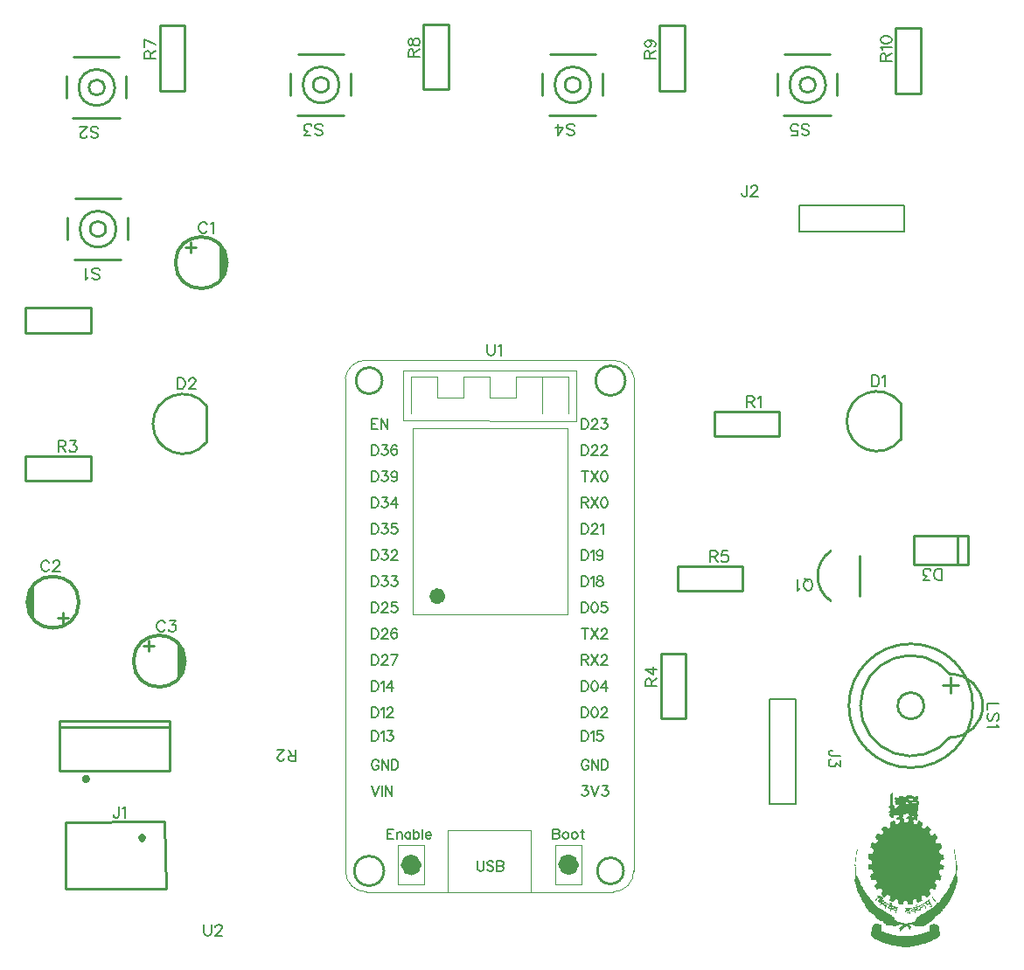
<source format=gto>
G04 Layer: TopSilkscreenLayer*
G04 EasyEDA v6.5.40, 2024-02-13 21:11:00*
G04 0db29987ae6842e5b8bd60c629fb3438,0aba9cac1add4106ad3baa3c3c759302,10*
G04 Gerber Generator version 0.2*
G04 Scale: 100 percent, Rotated: No, Reflected: No *
G04 Dimensions in millimeters *
G04 leading zeros omitted , absolute positions ,4 integer and 5 decimal *
%FSLAX45Y45*%
%MOMM*%

%ADD10C,0.1524*%
%ADD11C,0.6000*%
%ADD12C,0.1501*%
%ADD13C,0.2032*%
%ADD14C,0.2540*%
%ADD15C,0.2030*%
%ADD16C,0.1199*%
%ADD17C,1.0000*%
%ADD18C,0.8001*%
%ADD19C,0.4000*%
%ADD20C,0.3000*%
%ADD21C,0.0180*%

%LPD*%
G36*
X8881821Y1728622D02*
G01*
X8873134Y1725828D01*
X8863634Y1716328D01*
X8858402Y1705254D01*
X8856675Y1690776D01*
X8855760Y1679752D01*
X8856065Y1668475D01*
X8855862Y1605381D01*
X8850884Y1600657D01*
X8846718Y1599641D01*
X8840876Y1592072D01*
X8840876Y1585671D01*
X8845143Y1579016D01*
X8849106Y1575968D01*
X8851239Y1573936D01*
X8853119Y1571396D01*
X8852306Y1555292D01*
X8851798Y1551076D01*
X8844534Y1545996D01*
X8844381Y1544675D01*
X8843619Y1543253D01*
X8841587Y1540713D01*
X8841587Y1536801D01*
X8845397Y1529435D01*
X8847378Y1528318D01*
X8850020Y1527708D01*
X8851188Y1527200D01*
X8852509Y1525930D01*
X8850934Y1522730D01*
X8849004Y1520139D01*
X8845245Y1516176D01*
X8845245Y1508302D01*
X8848293Y1503883D01*
X8854033Y1497126D01*
X8854033Y1490014D01*
X8860586Y1486204D01*
X8863380Y1481886D01*
X8865514Y1479550D01*
X8867902Y1477365D01*
X8870289Y1475638D01*
X8873083Y1474012D01*
X8877604Y1478381D01*
X8880805Y1482140D01*
X8885123Y1488033D01*
X8890914Y1490167D01*
X8892743Y1494332D01*
X8892794Y1501648D01*
X8897416Y1506016D01*
X8897366Y1516634D01*
X8898788Y1518716D01*
X8901734Y1518716D01*
X8905189Y1514551D01*
X8906459Y1512417D01*
X8906814Y1511300D01*
X8907627Y1510131D01*
X8912453Y1505864D01*
X8915044Y1503832D01*
X8921445Y1503832D01*
X8929624Y1510538D01*
X8931300Y1511604D01*
X8934602Y1513179D01*
X8941054Y1505864D01*
X8941968Y1491030D01*
X8939225Y1487271D01*
X8925306Y1485696D01*
X8919514Y1483309D01*
X8916277Y1479296D01*
X8975801Y1479296D01*
X8975953Y1486001D01*
X8979103Y1489151D01*
X8981135Y1491996D01*
X8983726Y1496618D01*
X8979052Y1501343D01*
X8977528Y1505864D01*
X8979814Y1507744D01*
X8983827Y1508252D01*
X8990126Y1509623D01*
X8997035Y1511858D01*
X9003233Y1514449D01*
X9007297Y1516938D01*
X9008922Y1518208D01*
X9011564Y1519326D01*
X9016136Y1522374D01*
X9019692Y1524050D01*
X9021470Y1525778D01*
X9022181Y1526082D01*
X9023248Y1525930D01*
X9027058Y1524457D01*
X9029242Y1520291D01*
X9036354Y1508810D01*
X9038488Y1504797D01*
X9039961Y1501394D01*
X9041231Y1495958D01*
X9040266Y1494586D01*
X9038742Y1493367D01*
X9035440Y1491386D01*
X9023299Y1491640D01*
X9022267Y1491030D01*
X9069019Y1491030D01*
X9074708Y1497380D01*
X9077452Y1500987D01*
X9079280Y1504594D01*
X9082938Y1506778D01*
X9084005Y1506931D01*
X9084716Y1506169D01*
X9086088Y1502308D01*
X9086494Y1499768D01*
X9086596Y1490014D01*
X9083243Y1486306D01*
X9081262Y1485036D01*
X9079077Y1484223D01*
X9076740Y1483969D01*
X9074251Y1483969D01*
X9069019Y1491030D01*
X9022267Y1491030D01*
X9016593Y1487678D01*
X9011869Y1481531D01*
X9011056Y1471879D01*
X9013494Y1469186D01*
X9029903Y1469339D01*
X9033916Y1467459D01*
X9033916Y1461058D01*
X9029141Y1447342D01*
X9027312Y1440586D01*
X9023197Y1433118D01*
X9002877Y1433728D01*
X8999626Y1435150D01*
X8994597Y1443888D01*
X8993733Y1448612D01*
X8992362Y1453337D01*
X8989314Y1461566D01*
X8989212Y1464564D01*
X8988653Y1467154D01*
X8987231Y1471269D01*
X8983675Y1473200D01*
X8981338Y1474165D01*
X8978341Y1474927D01*
X8975801Y1479296D01*
X8916277Y1479296D01*
X8914739Y1477365D01*
X8914993Y1468729D01*
X8915603Y1465884D01*
X8920835Y1463090D01*
X8942425Y1464259D01*
X8945626Y1462328D01*
X8944356Y1445056D01*
X8943594Y1431239D01*
X8941358Y1428597D01*
X8939225Y1426819D01*
X8935567Y1424635D01*
X8927693Y1423416D01*
X8924239Y1422400D01*
X8921292Y1421282D01*
X8918803Y1419504D01*
X8913368Y1419504D01*
X8906510Y1430020D01*
X8904122Y1434236D01*
X8894216Y1449324D01*
X8890609Y1453692D01*
X8881414Y1449171D01*
X8879433Y1448409D01*
X8874810Y1445514D01*
X8872270Y1444193D01*
X8868206Y1442618D01*
X8864396Y1440586D01*
X8860485Y1438097D01*
X8853678Y1432509D01*
X8852662Y1427327D01*
X8854694Y1415897D01*
X8854846Y1413306D01*
X8855659Y1409547D01*
X8857640Y1402740D01*
X8858605Y1392428D01*
X8856167Y1389989D01*
X8854795Y1389024D01*
X8853322Y1388516D01*
X8852814Y1387754D01*
X8845804Y1381150D01*
X8840012Y1379067D01*
X8836863Y1378254D01*
X8833916Y1378153D01*
X8828227Y1382217D01*
X8812682Y1394460D01*
X8808516Y1398320D01*
X8806281Y1399794D01*
X8802928Y1401165D01*
X8798356Y1396644D01*
X8796324Y1394917D01*
X8794242Y1393748D01*
X8788196Y1389278D01*
X8778392Y1380337D01*
X8774379Y1376222D01*
X8772702Y1371650D01*
X8773820Y1369263D01*
X8774582Y1365859D01*
X8776462Y1361338D01*
X8783624Y1346352D01*
X8787485Y1337614D01*
X8787485Y1331264D01*
X8772702Y1314704D01*
X8767622Y1312672D01*
X8765794Y1314500D01*
X8764676Y1315161D01*
X8763914Y1315364D01*
X8761933Y1317244D01*
X8753449Y1323187D01*
X8753043Y1323949D01*
X8751366Y1324762D01*
X8747760Y1327200D01*
X8739225Y1333754D01*
X8736990Y1335227D01*
X8732926Y1330553D01*
X8730589Y1327150D01*
X8718448Y1310944D01*
X8708491Y1296924D01*
X8708491Y1291945D01*
X8718194Y1281125D01*
X8723223Y1274927D01*
X8728811Y1267155D01*
X8732621Y1262888D01*
X8732621Y1259281D01*
X8727948Y1250543D01*
X8715806Y1230934D01*
X8713927Y1231087D01*
X8711082Y1231900D01*
X8705342Y1233982D01*
X8697874Y1236218D01*
X8691727Y1237691D01*
X8687358Y1239012D01*
X8682177Y1241044D01*
X8678875Y1240129D01*
X8672423Y1225448D01*
X8666175Y1209040D01*
X8661704Y1198219D01*
X8662619Y1196746D01*
X8667140Y1192225D01*
X8671204Y1189837D01*
X8676538Y1186027D01*
X8679332Y1184402D01*
X8694013Y1173480D01*
X8696248Y1169212D01*
X8693556Y1162659D01*
X8692134Y1158087D01*
X8689035Y1145590D01*
X8685885Y1136700D01*
X8680500Y1134211D01*
X8676132Y1134110D01*
X8672982Y1133652D01*
X8668816Y1132382D01*
X8649614Y1132027D01*
X8647938Y1130909D01*
X8646312Y1128877D01*
X8643416Y1124305D01*
X8643264Y1114145D01*
X8641994Y1098092D01*
X8641334Y1092860D01*
X8640622Y1089152D01*
X8642502Y1084580D01*
X8643670Y1083208D01*
X8645347Y1082294D01*
X8651036Y1081074D01*
X8654897Y1078382D01*
X8662670Y1074724D01*
X8664651Y1073302D01*
X8667140Y1071930D01*
X8670899Y1070508D01*
X8677148Y1064310D01*
X8676995Y1038098D01*
X8675827Y1035812D01*
X8674303Y1034338D01*
X8671255Y1032459D01*
X8662060Y1032459D01*
X8654389Y1028446D01*
X8645245Y1026566D01*
X8642908Y1024737D01*
X8641435Y1022858D01*
X8639860Y1019556D01*
X8641029Y1014171D01*
X8642248Y1011377D01*
X8643366Y989888D01*
X8643366Y985215D01*
X8645652Y981151D01*
X8647430Y978916D01*
X8649919Y976985D01*
X8679840Y977087D01*
X8684615Y970330D01*
X8686952Y960119D01*
X8688628Y954430D01*
X8690965Y949045D01*
X8690965Y944727D01*
X8687511Y941273D01*
X8684869Y939241D01*
X8679891Y936040D01*
X8676538Y933246D01*
X8671966Y932230D01*
X8669070Y929335D01*
X8665514Y926388D01*
X8658656Y921258D01*
X8659571Y917194D01*
X8661704Y911402D01*
X8666784Y899566D01*
X8668867Y890422D01*
X8670239Y886612D01*
X8671915Y883005D01*
X8675776Y876808D01*
X8695537Y880262D01*
X8699957Y881227D01*
X8706713Y883259D01*
X8709202Y883666D01*
X8711285Y883666D01*
X8715857Y879348D01*
X8720988Y868070D01*
X8724392Y861110D01*
X8726170Y856894D01*
X8725306Y851662D01*
X8705697Y827074D01*
X8701786Y821740D01*
X8705850Y814476D01*
X8706510Y814019D01*
X8708644Y810717D01*
X8715248Y801878D01*
X8718346Y796645D01*
X8721140Y792734D01*
X8722563Y790143D01*
X8727795Y784402D01*
X8730132Y784555D01*
X8732570Y785418D01*
X8738971Y788517D01*
X8749436Y793038D01*
X8757767Y795985D01*
X8763355Y798474D01*
X8768080Y793750D01*
X8775395Y785317D01*
X8781897Y776833D01*
X8783066Y772160D01*
X8780526Y768400D01*
X8778341Y763828D01*
X8769908Y742899D01*
X8769908Y737920D01*
X8773464Y734263D01*
X8777681Y730707D01*
X8780678Y728522D01*
X8797188Y709980D01*
X8799576Y709980D01*
X8802319Y712774D01*
X8813241Y721715D01*
X8815781Y723544D01*
X8819235Y725576D01*
X8825433Y729996D01*
X8829548Y733755D01*
X8833713Y734872D01*
X8843111Y727456D01*
X8845346Y725424D01*
X8847124Y724204D01*
X8848750Y723595D01*
X8850122Y722477D01*
X8851493Y720902D01*
X8853881Y717042D01*
X8851696Y698754D01*
X8850122Y691540D01*
X8848902Y687628D01*
X8848902Y677976D01*
X8850833Y676097D01*
X8851900Y675386D01*
X8855354Y673811D01*
X8860993Y670509D01*
X8866124Y669645D01*
X8868460Y668985D01*
X8872372Y666953D01*
X8878519Y664413D01*
X8881719Y661009D01*
X8886799Y662076D01*
X8888882Y665632D01*
X8905697Y689813D01*
X8908897Y693470D01*
X8912910Y693470D01*
X8915552Y691540D01*
X8918041Y690422D01*
X8925052Y688035D01*
X8931910Y685038D01*
X8934856Y681837D01*
X8935313Y647141D01*
X8938768Y644194D01*
X8941409Y642467D01*
X8945219Y640638D01*
X8975039Y639521D01*
X8978900Y641248D01*
X8982354Y651408D01*
X8984792Y657504D01*
X8986316Y666750D01*
X8990431Y674471D01*
X8994089Y675690D01*
X9016949Y675690D01*
X9019844Y672744D01*
X9020810Y663549D01*
X9022435Y659638D01*
X9023604Y655015D01*
X9024569Y649884D01*
X9025686Y645363D01*
X9027210Y641705D01*
X9030868Y639470D01*
X9062059Y640689D01*
X9066022Y643026D01*
X9070238Y643026D01*
X9073235Y646734D01*
X9074556Y658418D01*
X9075470Y670153D01*
X9075623Y683209D01*
X9078518Y686104D01*
X9080449Y687730D01*
X9082887Y689305D01*
X9087866Y689508D01*
X9094774Y690829D01*
X9101734Y692759D01*
X9106306Y690118D01*
X9108033Y686358D01*
X9109710Y683818D01*
X9113469Y674827D01*
X9119412Y666445D01*
X9123121Y660450D01*
X9128455Y659333D01*
X9140698Y664972D01*
X9143847Y666699D01*
X9146336Y668375D01*
X9149486Y670001D01*
X9158935Y674065D01*
X9162084Y675792D01*
X9163862Y677113D01*
X9164929Y678332D01*
X9164980Y684936D01*
X9163862Y687730D01*
X9159595Y712825D01*
X9159341Y717753D01*
X9163659Y721055D01*
X9172397Y726592D01*
X9176512Y729742D01*
X9180982Y732332D01*
X9185097Y732332D01*
X9193479Y724865D01*
X9207601Y709980D01*
X9210751Y707593D01*
X9217863Y711454D01*
X9223451Y717245D01*
X9229953Y723188D01*
X9236862Y729945D01*
X9244685Y736904D01*
X9244787Y744575D01*
X9232849Y772007D01*
X9232849Y777240D01*
X9238589Y784656D01*
X9243314Y790346D01*
X9250730Y798474D01*
X9254185Y798474D01*
X9257385Y796036D01*
X9260586Y794308D01*
X9270593Y789838D01*
X9273641Y788111D01*
X9276334Y786130D01*
X9279432Y784555D01*
X9285732Y782116D01*
X9290507Y785368D01*
X9294977Y794766D01*
X9299752Y803910D01*
X9304985Y814832D01*
X9306001Y817829D01*
X9306814Y822045D01*
X9292488Y844905D01*
X9290100Y849071D01*
X9288424Y850747D01*
X9288424Y855878D01*
X9293860Y865225D01*
X9296704Y871219D01*
X9297771Y874115D01*
X9303258Y880465D01*
X9310928Y879246D01*
X9322054Y876604D01*
X9335566Y872591D01*
X9339478Y873709D01*
X9341967Y878890D01*
X9343390Y882751D01*
X9345066Y888288D01*
X9349181Y899566D01*
X9355582Y915263D01*
X9355683Y915873D01*
X9354870Y917397D01*
X9352686Y919683D01*
X9349689Y922375D01*
X9340392Y929386D01*
X9336278Y933043D01*
X9332620Y935634D01*
X9327692Y939952D01*
X9326829Y941171D01*
X9327896Y953566D01*
X9330436Y962253D01*
X9331401Y966724D01*
X9331553Y970381D01*
X9335109Y975004D01*
X9366859Y975258D01*
X9370669Y978458D01*
X9371330Y981710D01*
X9371634Y985926D01*
X9371787Y994257D01*
X9373971Y1000201D01*
X9374073Y1004011D01*
X9374632Y1007871D01*
X9376206Y1014730D01*
X9375495Y1018184D01*
X9374733Y1020064D01*
X9373362Y1021740D01*
X9366148Y1023518D01*
X9361728Y1025042D01*
X9356801Y1027480D01*
X9354515Y1027531D01*
X9351873Y1027887D01*
X9348927Y1028903D01*
X9345980Y1030376D01*
X9343491Y1032154D01*
X9341053Y1034237D01*
X9341104Y1042771D01*
X9341510Y1048359D01*
X9343644Y1065174D01*
X9348876Y1068070D01*
X9360357Y1070051D01*
X9367266Y1071727D01*
X9373565Y1072997D01*
X9375698Y1075385D01*
X9376359Y1088440D01*
X9373971Y1097635D01*
X9373971Y1118565D01*
X9371025Y1125067D01*
X9366808Y1125880D01*
X9339681Y1127861D01*
X9336938Y1128369D01*
X9334703Y1134465D01*
X9332061Y1144016D01*
X9331401Y1147622D01*
X9330436Y1150924D01*
X9327896Y1157528D01*
X9327896Y1163878D01*
X9334398Y1170381D01*
X9344507Y1179118D01*
X9345523Y1180541D01*
X9350654Y1184706D01*
X9356191Y1188669D01*
X9358020Y1193546D01*
X9355683Y1198930D01*
X9351518Y1212900D01*
X9349130Y1218742D01*
X9346539Y1226159D01*
X9342983Y1230223D01*
X9341459Y1229664D01*
X9336989Y1229207D01*
X9316567Y1228445D01*
X9307423Y1225804D01*
X9304121Y1228242D01*
X9292082Y1252016D01*
X9292082Y1257655D01*
X9308134Y1275181D01*
X9314637Y1282903D01*
X9315500Y1288440D01*
X9308846Y1300988D01*
X9302242Y1312011D01*
X9296857Y1320190D01*
X9294926Y1323644D01*
X9290050Y1326235D01*
X9270949Y1316634D01*
X9259163Y1310335D01*
X9253474Y1310335D01*
X9251899Y1312367D01*
X9245295Y1318006D01*
X9241129Y1322374D01*
X9237218Y1326896D01*
X9234678Y1330401D01*
X9233408Y1332636D01*
X9235287Y1337106D01*
X9238488Y1342999D01*
X9240570Y1348587D01*
X9243314Y1353921D01*
X9244177Y1357477D01*
X9245193Y1359865D01*
X9246666Y1362405D01*
X9250476Y1367485D01*
X9249054Y1372260D01*
X9242399Y1380032D01*
X9238589Y1383995D01*
X9222740Y1396949D01*
X9215221Y1404010D01*
X9212478Y1402232D01*
X9210852Y1400556D01*
X9209024Y1398016D01*
X9203080Y1390802D01*
X9189212Y1374800D01*
X9184589Y1373276D01*
X9179509Y1377238D01*
X9176258Y1379270D01*
X9166453Y1386382D01*
X9162440Y1392377D01*
X9163710Y1398117D01*
X9165183Y1407718D01*
X9166555Y1414373D01*
X9166961Y1417320D01*
X9167063Y1420266D01*
X9167520Y1423873D01*
X9168688Y1429105D01*
X9167774Y1433372D01*
X9164878Y1434236D01*
X9162796Y1435354D01*
X9160865Y1436776D01*
X9157614Y1438706D01*
X9151670Y1441704D01*
X9151670Y1443329D01*
X9149283Y1443888D01*
X9146641Y1444955D01*
X9143238Y1446784D01*
X9139834Y1448968D01*
X9136684Y1451559D01*
X9134856Y1452626D01*
X9132062Y1453540D01*
X9129420Y1449832D01*
X9126524Y1445260D01*
X9125712Y1443431D01*
X9116923Y1432356D01*
X9116212Y1430985D01*
X9113875Y1427581D01*
X9107728Y1419504D01*
X9104376Y1418539D01*
X9096146Y1420825D01*
X9092285Y1422146D01*
X9090507Y1422958D01*
X9088069Y1423720D01*
X9083649Y1424584D01*
X9081465Y1428140D01*
X9081465Y1442415D01*
X9079280Y1448358D01*
X9079280Y1456639D01*
X9082887Y1459331D01*
X9098635Y1458214D01*
X9106509Y1454200D01*
X9109303Y1454200D01*
X9113012Y1454810D01*
X9116161Y1456537D01*
X9118600Y1459331D01*
X9120276Y1463192D01*
X9121140Y1466037D01*
X9120479Y1473962D01*
X9118752Y1486052D01*
X9121140Y1492199D01*
X9127693Y1495806D01*
X9130487Y1500936D01*
X9129471Y1505458D01*
X9128658Y1506829D01*
X9127337Y1507845D01*
X9122765Y1509318D01*
X9117279Y1518158D01*
X9117279Y1527606D01*
X9119819Y1534210D01*
X9120784Y1537563D01*
X9121089Y1539697D01*
X9125407Y1556258D01*
X9128048Y1569262D01*
X9129674Y1576171D01*
X9126626Y1592478D01*
X9126016Y1597660D01*
X9133636Y1610715D01*
X9136481Y1624634D01*
X9133890Y1639011D01*
X9128607Y1647952D01*
X9121495Y1655013D01*
X9122257Y1657908D01*
X9123527Y1660245D01*
X9126728Y1665122D01*
X9128455Y1668678D01*
X9127693Y1677873D01*
X9124238Y1686102D01*
X9115501Y1690878D01*
X9110522Y1689963D01*
X9104731Y1685645D01*
X9101734Y1677517D01*
X9096857Y1676501D01*
X9073032Y1690522D01*
X9069781Y1692198D01*
X9065056Y1694078D01*
X9059824Y1695754D01*
X9041790Y1699818D01*
X9037066Y1700530D01*
X9032036Y1700631D01*
X9016746Y1696262D01*
X9012885Y1693011D01*
X9009583Y1689811D01*
X9004300Y1684172D01*
X8999474Y1683004D01*
X8995918Y1682546D01*
X8990990Y1682445D01*
X8980322Y1691538D01*
X8977122Y1691538D01*
X8974988Y1688947D01*
X8973159Y1687271D01*
X8970264Y1685137D01*
X8960815Y1690776D01*
X8955786Y1689709D01*
X8954058Y1685036D01*
X8951823Y1684070D01*
X8949232Y1685798D01*
X8946794Y1686763D01*
X8942527Y1687626D01*
X8938920Y1684934D01*
X8939225Y1678787D01*
X8936685Y1677314D01*
X8930284Y1674520D01*
X8926931Y1673402D01*
X8921496Y1672336D01*
X8918498Y1676907D01*
X8916416Y1679600D01*
X8913774Y1682445D01*
X8907475Y1682445D01*
X8902039Y1677060D01*
X8899296Y1670050D01*
X8900526Y1663903D01*
X9034119Y1663903D01*
X9034627Y1665884D01*
X9038691Y1671675D01*
X9042908Y1671675D01*
X9048699Y1664411D01*
X9053626Y1666748D01*
X9058198Y1666748D01*
X9061754Y1663598D01*
X9067342Y1664411D01*
X9070695Y1662379D01*
X9072727Y1660804D01*
X9074861Y1658467D01*
X9080804Y1657400D01*
X9082989Y1654962D01*
X9081109Y1653387D01*
X9079992Y1652778D01*
X9079026Y1652524D01*
X9072981Y1649577D01*
X9068714Y1647850D01*
X9054795Y1643583D01*
X9048496Y1643583D01*
X9043670Y1645869D01*
X9041536Y1649323D01*
X9039707Y1653793D01*
X9037878Y1657045D01*
X9034830Y1661769D01*
X9034119Y1663903D01*
X8900526Y1663903D01*
X8902903Y1656994D01*
X8908491Y1650898D01*
X8911640Y1648002D01*
X8914739Y1646021D01*
X8914739Y1639570D01*
X8911793Y1638503D01*
X8903970Y1643583D01*
X8900261Y1640281D01*
X8903462Y1629714D01*
X8905091Y1624990D01*
X9003284Y1624990D01*
X9003588Y1626616D01*
X9008364Y1635302D01*
X9010192Y1635150D01*
X9012580Y1634236D01*
X9018727Y1630781D01*
X9022588Y1627987D01*
X9027414Y1627073D01*
X9030919Y1625955D01*
X9032862Y1625041D01*
X9066123Y1625041D01*
X9066936Y1625803D01*
X9071152Y1627530D01*
X9073032Y1627886D01*
X9074912Y1627886D01*
X9080652Y1631950D01*
X9087561Y1633270D01*
X9091980Y1634540D01*
X9097162Y1636776D01*
X9107932Y1636979D01*
X9112605Y1631594D01*
X9114536Y1624685D01*
X9111335Y1619605D01*
X9109659Y1619707D01*
X9107830Y1620469D01*
X9104477Y1622501D01*
X9069222Y1622755D01*
X9067038Y1624076D01*
X9066123Y1625041D01*
X9032862Y1625041D01*
X9035694Y1623669D01*
X9044178Y1622653D01*
X9045803Y1620418D01*
X9044076Y1618081D01*
X9027718Y1613712D01*
X9022232Y1612646D01*
X9012326Y1611325D01*
X9007957Y1612696D01*
X9006332Y1617421D01*
X9003588Y1623364D01*
X9003284Y1624990D01*
X8905091Y1624990D01*
X8907068Y1617624D01*
X8907526Y1614424D01*
X8916924Y1605330D01*
X8921292Y1607718D01*
X8930233Y1606499D01*
X8934856Y1608023D01*
X8941054Y1607007D01*
X8941054Y1606296D01*
X8940038Y1604670D01*
X8937447Y1601876D01*
X8933891Y1598574D01*
X8924798Y1590802D01*
X8920480Y1586077D01*
X8917076Y1580997D01*
X8914485Y1575562D01*
X8912707Y1571091D01*
X8908643Y1567484D01*
X8906306Y1568399D01*
X8903919Y1569923D01*
X8901531Y1571853D01*
X8899601Y1573072D01*
X8898788Y1573377D01*
X8897874Y1574190D01*
X8896502Y1576171D01*
X8896451Y1581150D01*
X8898940Y1586128D01*
X8899296Y1588109D01*
X8898940Y1590395D01*
X8896400Y1597253D01*
X8889949Y1602232D01*
X8886291Y1602232D01*
X8884005Y1604822D01*
X8883091Y1706829D01*
X8884716Y1719732D01*
X8886850Y1724304D01*
X8885428Y1726133D01*
X8882684Y1728317D01*
G37*
G36*
X8538921Y1184656D02*
G01*
X8533739Y1174140D01*
X8533739Y1168044D01*
X8532063Y1163726D01*
X8530844Y1161338D01*
X8529218Y1159103D01*
X8528354Y1145336D01*
X8526068Y1138529D01*
X8525306Y1134414D01*
X8524849Y1130249D01*
X8525052Y1123594D01*
X8522919Y1118920D01*
X8523732Y1116330D01*
X8524087Y1113434D01*
X8524189Y1108151D01*
X8520328Y1099058D01*
X8519617Y1084986D01*
X8516061Y1078026D01*
X8516264Y1069289D01*
X8516061Y1056030D01*
X8515197Y1028395D01*
X8511641Y1025753D01*
X8512302Y1018032D01*
X8515045Y1010259D01*
X8512505Y1004316D01*
X8512505Y994359D01*
X8514029Y991158D01*
X8514689Y978357D01*
X8514842Y949045D01*
X8516162Y907237D01*
X8512505Y899363D01*
X8512505Y891844D01*
X8508746Y881684D01*
X8509508Y876147D01*
X8512149Y865886D01*
X8514384Y854303D01*
X8516162Y841451D01*
X8519566Y834694D01*
X8521954Y830884D01*
X8525052Y827278D01*
X8524240Y823823D01*
X8523884Y820216D01*
X8523833Y813612D01*
X8527999Y804367D01*
X8530386Y799541D01*
X8532825Y795578D01*
X8533587Y791006D01*
X8534603Y787450D01*
X8536635Y782116D01*
X8534603Y776681D01*
X8535619Y773176D01*
X8537092Y770280D01*
X8540089Y765810D01*
X8542020Y759917D01*
X8543391Y756615D01*
X8545880Y751586D01*
X8547658Y746861D01*
X8554923Y737362D01*
X8555888Y731926D01*
X8558225Y728421D01*
X8564880Y714806D01*
X8572449Y702157D01*
X8572449Y696214D01*
X8575497Y691642D01*
X8576665Y689457D01*
X8577376Y687578D01*
X8581390Y681126D01*
X8585708Y674827D01*
X8592058Y666851D01*
X8594090Y663956D01*
X8595664Y661263D01*
X8602929Y652729D01*
X8608517Y646938D01*
X8607704Y637336D01*
X8609685Y635152D01*
X8611209Y632460D01*
X8613444Y627329D01*
X8619286Y623163D01*
X8619286Y616762D01*
X8617356Y614781D01*
X8617204Y613714D01*
X8617813Y612190D01*
X8620912Y607161D01*
X8622334Y605790D01*
X8623909Y605282D01*
X8628430Y605840D01*
X8630666Y603554D01*
X8632088Y601421D01*
X8633256Y599186D01*
X8638387Y591464D01*
X8640673Y586638D01*
X8644077Y581558D01*
X8647582Y577138D01*
X8650579Y574649D01*
X8662060Y562610D01*
X8673744Y556412D01*
X8678621Y551383D01*
X8683447Y550367D01*
X8684717Y548741D01*
X8686241Y547319D01*
X8692438Y543001D01*
X8696604Y540410D01*
X8699957Y537464D01*
X8703919Y532688D01*
X8707577Y527304D01*
X8710066Y522478D01*
X8711387Y518922D01*
X8718346Y511606D01*
X8721090Y510743D01*
X8723325Y509371D01*
X8726779Y506476D01*
X8731707Y497738D01*
X8736431Y494690D01*
X8738920Y493522D01*
X8743594Y492404D01*
X8748623Y490118D01*
X8753449Y487121D01*
X8756904Y484124D01*
X8758885Y481787D01*
X8764066Y481787D01*
X8767826Y476961D01*
X8770670Y477824D01*
X8775598Y476351D01*
X8779560Y475538D01*
X8785656Y474726D01*
X8789517Y466140D01*
X8791041Y463448D01*
X8792413Y461721D01*
X8793886Y460908D01*
X8798458Y457098D01*
X8800998Y456488D01*
X8803894Y455371D01*
X8806942Y453847D01*
X8809380Y452323D01*
X8811920Y450342D01*
X8815019Y444601D01*
X8819591Y440588D01*
X8821826Y439013D01*
X8825534Y437946D01*
X8830614Y436118D01*
X8840114Y437032D01*
X8847531Y437134D01*
X8856980Y436575D01*
X8858758Y433933D01*
X8873185Y432714D01*
X8885428Y431952D01*
X8890609Y435406D01*
X8896858Y432460D01*
X8902496Y429361D01*
X8916060Y432511D01*
X8919159Y433527D01*
X8924544Y436016D01*
X8931046Y438556D01*
X8938107Y440994D01*
X8949436Y444042D01*
X8969298Y444652D01*
X8976156Y441299D01*
X8977071Y438658D01*
X8973616Y434390D01*
X8969298Y432155D01*
X8967419Y430885D01*
X8965387Y429158D01*
X8958783Y425246D01*
X8954770Y422605D01*
X8951214Y421132D01*
X8942120Y415035D01*
X8941663Y410362D01*
X8944813Y403148D01*
X8946388Y391769D01*
X8948826Y380593D01*
X8951214Y373430D01*
X8952738Y373583D01*
X8954566Y374497D01*
X8958021Y376834D01*
X8958783Y379780D01*
X8963863Y391210D01*
X8975394Y404368D01*
X8981084Y410413D01*
X8987231Y415950D01*
X8992311Y421233D01*
X8995206Y422198D01*
X8997492Y423672D01*
X9006382Y431749D01*
X9014002Y431647D01*
X9017304Y428548D01*
X9021470Y425500D01*
X9029801Y417474D01*
X9035796Y410108D01*
X9039758Y403910D01*
X9043568Y397459D01*
X9048750Y393852D01*
X9050934Y397510D01*
X9061297Y422249D01*
X9061653Y423621D01*
X9061704Y425399D01*
X9050731Y435406D01*
X9048597Y436880D01*
X9044838Y439013D01*
X9042501Y444042D01*
X9045244Y446328D01*
X9069374Y443890D01*
X9073540Y442112D01*
X9078722Y440537D01*
X9082227Y438708D01*
X9086037Y436372D01*
X9090355Y433273D01*
X9093860Y431038D01*
X9100108Y427685D01*
X9106103Y427228D01*
X9109710Y427329D01*
X9113570Y428091D01*
X9119514Y433781D01*
X9122257Y435965D01*
X9122968Y436270D01*
X9123883Y436270D01*
X9125712Y432866D01*
X9130131Y430530D01*
X9133992Y429056D01*
X9140342Y427329D01*
X9154922Y426770D01*
X9156192Y429768D01*
X9157208Y433882D01*
X9158224Y434695D01*
X9164878Y432155D01*
X9180017Y432155D01*
X9184843Y434441D01*
X9189008Y432816D01*
X9194139Y438759D01*
X9195866Y438912D01*
X9198000Y439775D01*
X9202064Y442061D01*
X9206992Y442061D01*
X9208973Y446227D01*
X9213799Y449630D01*
X9216948Y451561D01*
X9220758Y453440D01*
X9225584Y458571D01*
X9228836Y461416D01*
X9233103Y464058D01*
X9235846Y470103D01*
X9241993Y474167D01*
X9245955Y473303D01*
X9252356Y480771D01*
X9256623Y481838D01*
X9263888Y488035D01*
X9267799Y494588D01*
X9273946Y499465D01*
X9278162Y503326D01*
X9283649Y509016D01*
X9287306Y517753D01*
X9294114Y521309D01*
X9295130Y521665D01*
X9296654Y522985D01*
X9299651Y526440D01*
X9302191Y526440D01*
X9307830Y531622D01*
X9312706Y535025D01*
X9316567Y536549D01*
X9328861Y549910D01*
X9339224Y551180D01*
X9349282Y563372D01*
X9346844Y568655D01*
X9347962Y570026D01*
X9351721Y572262D01*
X9360814Y577088D01*
X9366656Y586740D01*
X9366605Y589280D01*
X9366250Y591007D01*
X9365234Y593242D01*
X9367215Y595071D01*
X9374530Y595579D01*
X9387230Y605231D01*
X9389414Y609752D01*
X9390380Y611174D01*
X9391345Y612089D01*
X9392208Y612394D01*
X9392970Y612394D01*
X9392970Y623925D01*
X9396323Y626059D01*
X9399778Y629158D01*
X9406026Y635660D01*
X9410039Y647395D01*
X9424416Y661924D01*
X9424416Y667207D01*
X9430004Y673557D01*
X9432137Y676452D01*
X9432645Y677722D01*
X9433763Y679551D01*
X9436709Y683107D01*
X9439097Y692607D01*
X9450730Y707288D01*
X9449054Y712825D01*
X9454337Y717448D01*
X9457334Y720801D01*
X9457486Y722985D01*
X9457994Y725373D01*
X9459315Y729640D01*
X9466275Y738987D01*
X9468307Y741426D01*
X9468307Y751128D01*
X9471507Y759663D01*
X9472422Y763422D01*
X9472930Y766622D01*
X9475317Y770229D01*
X9476587Y773074D01*
X9477908Y775411D01*
X9481464Y780491D01*
X9481464Y787552D01*
X9488728Y799236D01*
X9491827Y805129D01*
X9494926Y811682D01*
X9491675Y816660D01*
X9493961Y821690D01*
X9495485Y836117D01*
X9497364Y838555D01*
X9498330Y840536D01*
X9500006Y844956D01*
X9501225Y847445D01*
X9502546Y851001D01*
X9504121Y856792D01*
X9504172Y867054D01*
X9507372Y876604D01*
X9507524Y886155D01*
X9507880Y891946D01*
X9508693Y898448D01*
X9506610Y899515D01*
X9504578Y901039D01*
X9503460Y903122D01*
X9503410Y905713D01*
X9504273Y908862D01*
X9505137Y911047D01*
X9500514Y915162D01*
X9500565Y918108D01*
X9501225Y921258D01*
X9502902Y927049D01*
X9503359Y1004773D01*
X9502190Y1036218D01*
X9499092Y1045311D01*
X9498482Y1065276D01*
X9494316Y1072337D01*
X9493453Y1088694D01*
X9490252Y1093622D01*
X9490151Y1103579D01*
X9489846Y1110437D01*
X9489084Y1119276D01*
X9485833Y1124254D01*
X9485223Y1139952D01*
X9482988Y1148080D01*
X9481515Y1151432D01*
X9480245Y1169314D01*
X9476740Y1175562D01*
X9473184Y1176629D01*
X9470847Y1174902D01*
X9471507Y1170584D01*
X9473488Y1164082D01*
X9476181Y1158595D01*
X9477197Y1137107D01*
X9480854Y1128014D01*
X9481515Y1113993D01*
X9483496Y1110589D01*
X9484766Y1092301D01*
X9485731Y1082497D01*
X9488779Y1073861D01*
X9490303Y1060856D01*
X9491878Y1051356D01*
X9493859Y1043584D01*
X9494012Y979017D01*
X9491522Y969975D01*
X9490760Y965606D01*
X9490151Y959815D01*
X9488982Y941374D01*
X9486087Y936955D01*
X9483547Y927049D01*
X9477095Y920242D01*
X9475724Y912926D01*
X9475012Y910844D01*
X9474098Y909675D01*
X9472574Y909167D01*
X9471101Y908253D01*
X9468408Y905967D01*
X9467596Y902157D01*
X9466580Y899312D01*
X9464548Y895248D01*
X9463074Y887323D01*
X9462566Y883158D01*
X9462465Y879754D01*
X9460484Y876706D01*
X9459315Y873810D01*
X9458452Y870864D01*
X9457283Y868019D01*
X9454540Y862736D01*
X9452203Y857605D01*
X9449917Y853389D01*
X9442399Y841908D01*
X9439554Y836676D01*
X9435541Y835761D01*
X9434576Y832510D01*
X9428226Y817067D01*
X9427159Y806704D01*
X9424924Y803351D01*
X9419590Y792632D01*
X9417253Y788974D01*
X9414916Y786028D01*
X9414916Y783437D01*
X9406280Y773277D01*
X9404604Y765352D01*
X9398457Y762101D01*
X9395764Y756513D01*
X9394139Y755497D01*
X9391243Y752602D01*
X9386468Y747115D01*
X9381845Y741375D01*
X9378746Y736854D01*
X9376765Y734669D01*
X9372549Y731062D01*
X9370923Y727354D01*
X9369907Y725678D01*
X9367824Y722934D01*
X9366148Y720191D01*
X9360154Y712622D01*
X9358172Y709777D01*
X9357868Y709015D01*
X9357868Y707999D01*
X9352889Y702716D01*
X9349892Y700024D01*
X9346539Y697992D01*
X9343745Y692150D01*
X9339427Y684784D01*
X9337700Y682650D01*
X9336481Y680516D01*
X9334296Y675690D01*
X9320987Y660501D01*
X9317278Y659638D01*
X9314840Y659384D01*
X9311944Y659638D01*
X9307779Y652983D01*
X9305950Y649173D01*
X9305950Y648106D01*
X9302546Y644753D01*
X9299956Y641502D01*
X9296806Y637032D01*
X9295384Y635508D01*
X9294063Y634898D01*
X9289796Y634746D01*
X9287916Y630885D01*
X9286138Y628345D01*
X9266072Y605790D01*
X9263634Y605790D01*
X9259519Y600862D01*
X9253372Y600557D01*
X9251188Y602640D01*
X9250121Y601726D01*
X9249257Y599795D01*
X9247936Y595477D01*
X9237827Y582218D01*
X9236151Y582218D01*
X9233255Y589381D01*
X9229547Y588365D01*
X9224314Y580694D01*
X9213494Y579729D01*
X9208719Y571500D01*
X9196628Y564540D01*
X9190024Y557733D01*
X9188246Y556463D01*
X9187078Y556463D01*
X9186011Y557428D01*
X9185097Y558698D01*
X9182658Y556971D01*
X9181236Y556260D01*
X9180118Y556006D01*
X9178442Y554939D01*
X9175445Y552043D01*
X9170365Y550418D01*
X9167063Y546049D01*
X9158732Y547014D01*
X9155938Y545287D01*
X9154718Y544271D01*
X9154160Y543458D01*
X9146641Y537057D01*
X9139783Y530250D01*
X9138158Y526084D01*
X9136227Y522173D01*
X9132570Y515620D01*
X9129928Y517245D01*
X9128048Y522376D01*
X9125762Y521817D01*
X9123121Y520801D01*
X9120073Y519023D01*
X9117076Y516686D01*
X9114383Y514045D01*
X9111640Y510895D01*
X9109303Y502615D01*
X9104731Y489864D01*
X9106357Y483717D01*
X9085580Y471271D01*
X9078163Y467461D01*
X9048191Y464769D01*
X9045244Y462940D01*
X9026245Y460908D01*
X9018930Y456844D01*
X9006484Y456031D01*
X8980271Y464210D01*
X8976156Y465328D01*
X8970619Y466090D01*
X8950909Y467563D01*
X8947607Y468528D01*
X8940444Y471119D01*
X8932824Y474573D01*
X8926728Y477926D01*
X8923934Y480517D01*
X8922105Y481685D01*
X8917279Y484022D01*
X8907881Y485190D01*
X8903665Y487629D01*
X8902649Y490829D01*
X8901684Y496316D01*
X8900109Y508304D01*
X8896299Y515620D01*
X8890965Y520192D01*
X8887155Y522782D01*
X8886037Y523087D01*
X8885123Y523087D01*
X8882176Y518109D01*
X8877808Y519176D01*
X8876588Y521258D01*
X8875877Y523392D01*
X8875166Y527202D01*
X8870035Y534924D01*
X8868968Y536143D01*
X8866479Y537514D01*
X8864396Y539089D01*
X8862009Y540461D01*
X8858758Y541426D01*
X8855456Y544931D01*
X8850731Y543052D01*
X8846566Y544017D01*
X8843822Y548386D01*
X8842451Y550113D01*
X8834983Y555142D01*
X8832189Y556412D01*
X8828176Y558800D01*
X8820454Y557733D01*
X8810548Y568756D01*
X8802624Y574548D01*
X8800033Y573278D01*
X8798052Y572770D01*
X8795156Y572719D01*
X8784742Y585114D01*
X8782354Y585216D01*
X8780170Y585876D01*
X8776512Y587502D01*
X8772601Y594817D01*
X8767572Y597865D01*
X8766149Y595630D01*
X8765590Y594258D01*
X8765438Y593293D01*
X8764879Y592277D01*
X8763457Y590804D01*
X8760663Y592785D01*
X8758224Y597865D01*
X8756192Y601116D01*
X8753043Y604875D01*
X8749487Y605790D01*
X8746286Y607161D01*
X8741054Y610057D01*
X8727440Y625144D01*
X8722969Y628904D01*
X8720074Y629513D01*
X8717737Y627583D01*
X8716060Y625348D01*
X8713673Y626414D01*
X8712149Y634339D01*
X8700211Y648614D01*
X8695537Y654659D01*
X8692235Y659333D01*
X8690711Y662228D01*
X8689086Y664514D01*
X8684768Y669493D01*
X8678773Y669493D01*
X8665667Y688340D01*
X8665210Y689660D01*
X8659418Y700227D01*
X8653830Y712063D01*
X8649766Y712876D01*
X8647176Y713638D01*
X8644229Y714857D01*
X8642197Y723138D01*
X8640978Y726694D01*
X8634933Y732332D01*
X8631732Y734822D01*
X8630462Y736498D01*
X8628532Y740511D01*
X8626652Y745185D01*
X8624671Y752043D01*
X8623503Y753821D01*
X8618677Y753821D01*
X8615121Y758901D01*
X8612378Y762304D01*
X8608314Y766521D01*
X8608314Y776935D01*
X8603183Y782218D01*
X8603183Y785317D01*
X8595360Y794766D01*
X8592870Y798271D01*
X8591245Y801217D01*
X8589873Y805840D01*
X8587282Y809142D01*
X8585708Y812038D01*
X8583980Y816762D01*
X8578392Y815695D01*
X8575395Y821232D01*
X8575395Y825804D01*
X8571738Y837641D01*
X8566607Y842924D01*
X8566607Y851814D01*
X8563914Y858418D01*
X8560206Y860653D01*
X8559190Y870813D01*
X8556294Y877976D01*
X8554770Y882396D01*
X8553500Y887374D01*
X8547252Y890676D01*
X8544306Y902817D01*
X8538972Y905916D01*
X8538108Y910285D01*
X8536686Y914806D01*
X8534755Y918718D01*
X8532520Y921410D01*
X8529929Y922629D01*
X8528862Y923442D01*
X8527135Y925525D01*
X8527135Y948537D01*
X8524189Y959154D01*
X8524341Y983386D01*
X8521090Y989584D01*
X8523732Y996187D01*
X8520379Y1009243D01*
X8522208Y1017219D01*
X8520531Y1025956D01*
X8520582Y1052728D01*
X8522919Y1060196D01*
X8523986Y1085037D01*
X8528812Y1100378D01*
X8527491Y1108964D01*
X8528710Y1114399D01*
X8529167Y1118006D01*
X8529320Y1122527D01*
X8530590Y1123391D01*
X8531301Y1134973D01*
X8532825Y1137107D01*
X8533841Y1149502D01*
X8536787Y1156563D01*
X8538464Y1167688D01*
X8542274Y1175766D01*
X8543950Y1180287D01*
X8543493Y1181557D01*
X8542477Y1182979D01*
X8541156Y1184148D01*
X8539988Y1184656D01*
G37*
G36*
X8736888Y728878D02*
G01*
X8735720Y728573D01*
X8732723Y726135D01*
X8731808Y721918D01*
X8734806Y718820D01*
X8734806Y717245D01*
X8734450Y715213D01*
X8733129Y712724D01*
X8730437Y709117D01*
X8718397Y694588D01*
X8715146Y689762D01*
X8713825Y688289D01*
X8713012Y686917D01*
X8712758Y685952D01*
X8712047Y684631D01*
X8710879Y683260D01*
X8709660Y681228D01*
X8708339Y677773D01*
X8710726Y673608D01*
X8715095Y673608D01*
X8717991Y677113D01*
X8728252Y692302D01*
X8732113Y697433D01*
X8735822Y701497D01*
X8738666Y704138D01*
X8741410Y705916D01*
X8747201Y704138D01*
X8747760Y703122D01*
X8749538Y701395D01*
X8752890Y698652D01*
X8758986Y694588D01*
X8762796Y690880D01*
X8773210Y682904D01*
X8776614Y677621D01*
X8775395Y676097D01*
X8774176Y675284D01*
X8772093Y674573D01*
X8770569Y676351D01*
X8769908Y677672D01*
X8768740Y679043D01*
X8765743Y681329D01*
X8757208Y686612D01*
X8752179Y689305D01*
X8746693Y689305D01*
X8743340Y685444D01*
X8741511Y683006D01*
X8739784Y680212D01*
X8739816Y678078D01*
X8749080Y678078D01*
X8752738Y680262D01*
X8757615Y679297D01*
X8769756Y667664D01*
X8768537Y662533D01*
X8768283Y662127D01*
X8763711Y660603D01*
X8759190Y663397D01*
X8756650Y665378D01*
X8751824Y670102D01*
X8749436Y672795D01*
X8749080Y678078D01*
X8739816Y678078D01*
X8739835Y673506D01*
X8745118Y666445D01*
X8748623Y662990D01*
X8756700Y656691D01*
X8759190Y655269D01*
X8760155Y654507D01*
X8761882Y652373D01*
X8761831Y647547D01*
X8756751Y638454D01*
X8757412Y635508D01*
X8758072Y633882D01*
X8759342Y632256D01*
X8764676Y636371D01*
X8766403Y642061D01*
X8767368Y644398D01*
X8768181Y645464D01*
X8776208Y661162D01*
X8780881Y669290D01*
X8784742Y672134D01*
X8789060Y670610D01*
X8791498Y669442D01*
X8793988Y667816D01*
X8793124Y665276D01*
X8784742Y660450D01*
X8780881Y653034D01*
X8780928Y647344D01*
X8788958Y647344D01*
X8788958Y651306D01*
X8791854Y654608D01*
X8795461Y654608D01*
X8800846Y650443D01*
X8803995Y650443D01*
X8807094Y655167D01*
X8811971Y654354D01*
X8818168Y648462D01*
X8818168Y642569D01*
X8815984Y638860D01*
X8814409Y635508D01*
X8812225Y629970D01*
X8808770Y628396D01*
X8807297Y628142D01*
X8806129Y628345D01*
X8805113Y629259D01*
X8804148Y629716D01*
X8802319Y629767D01*
X8798610Y633069D01*
X8800795Y643636D01*
X8798864Y644956D01*
X8793988Y644601D01*
X8788958Y647344D01*
X8780928Y647344D01*
X8787587Y640130D01*
X8792972Y627735D01*
X8798763Y621639D01*
X8804097Y620674D01*
X8805875Y618286D01*
X8805062Y614578D01*
X8803944Y611784D01*
X8802573Y609295D01*
X8801455Y606653D01*
X8800642Y603453D01*
X8801506Y600913D01*
X8806484Y599084D01*
X8809329Y600100D01*
X8811463Y604215D01*
X8812834Y608126D01*
X8813901Y612241D01*
X8815476Y616610D01*
X8818219Y622909D01*
X8819489Y626364D01*
X8822639Y633069D01*
X8823604Y635863D01*
X8824671Y637641D01*
X8825992Y639216D01*
X8829040Y641350D01*
X8833358Y639521D01*
X8837676Y637336D01*
X8845194Y633120D01*
X8848191Y629462D01*
X8848191Y626821D01*
X8844280Y622554D01*
X8842502Y620928D01*
X8840368Y619658D01*
X8837726Y617372D01*
X8832799Y617372D01*
X8831122Y613257D01*
X8832392Y610616D01*
X8834614Y607568D01*
X8845245Y607568D01*
X8845245Y611581D01*
X8850833Y618032D01*
X8852966Y620877D01*
X8854236Y623366D01*
X8856370Y625856D01*
X8863787Y625043D01*
X8866479Y621334D01*
X8866428Y616966D01*
X8860993Y604570D01*
X8855862Y603707D01*
X8849664Y605485D01*
X8846870Y606501D01*
X8845245Y607568D01*
X8834614Y607568D01*
X8840774Y600303D01*
X8848394Y595630D01*
X8856370Y595122D01*
X8858554Y593090D01*
X8857538Y576427D01*
X8859723Y573176D01*
X8861602Y575208D01*
X8863380Y578358D01*
X8866479Y585165D01*
X8867190Y590956D01*
X8868359Y595731D01*
X8871508Y606247D01*
X8873642Y615137D01*
X8877249Y619201D01*
X8882888Y615899D01*
X8888120Y615035D01*
X8890914Y614222D01*
X8893454Y612800D01*
X8891676Y608685D01*
X8884869Y604621D01*
X8882532Y599135D01*
X8882532Y598220D01*
X8889187Y598220D01*
X8890101Y599084D01*
X8892387Y600608D01*
X8895232Y601421D01*
X8898382Y601472D01*
X8901734Y600811D01*
X8903919Y599897D01*
X8905392Y598932D01*
X8911082Y594106D01*
X8911082Y587705D01*
X8908237Y586689D01*
X8894216Y591362D01*
X8891524Y592734D01*
X8889187Y598220D01*
X8882532Y598220D01*
X8882532Y593547D01*
X8885072Y588568D01*
X8893505Y582574D01*
X8896604Y581050D01*
X8899753Y580339D01*
X8908592Y580186D01*
X8910320Y578205D01*
X8910320Y571398D01*
X8909304Y569976D01*
X8908694Y567588D01*
X8907983Y562406D01*
X8911844Y558292D01*
X8914282Y560019D01*
X8917381Y572211D01*
X8920480Y586587D01*
X8922715Y598576D01*
X8924391Y603199D01*
X8926525Y604164D01*
X8929979Y603148D01*
X8934450Y606958D01*
X8934450Y609600D01*
X8930335Y614121D01*
X8926626Y615238D01*
X8923528Y615645D01*
X8918854Y615746D01*
X8906865Y619099D01*
X8895537Y622554D01*
X8886952Y625856D01*
X8881008Y629056D01*
X8877706Y632206D01*
X8876842Y633425D01*
X8875826Y642416D01*
X8875014Y645312D01*
X8873642Y647801D01*
X8868105Y654558D01*
X8858605Y657555D01*
X8855456Y658926D01*
X8849563Y655929D01*
X8847988Y652627D01*
X8851239Y649630D01*
X8857183Y649630D01*
X8866124Y643991D01*
X8867952Y638251D01*
X8867089Y635711D01*
X8863990Y634796D01*
X8857589Y638098D01*
X8853678Y639622D01*
X8849258Y640638D01*
X8845550Y643331D01*
X8840266Y646074D01*
X8834475Y649630D01*
X8832697Y650443D01*
X8825687Y655218D01*
X8824671Y655523D01*
X8822131Y657860D01*
X8819642Y659638D01*
X8814968Y662381D01*
X8813038Y664311D01*
X8806434Y669188D01*
X8800185Y672998D01*
X8793988Y677316D01*
X8792210Y678942D01*
X8790533Y679958D01*
X8786622Y681837D01*
X8780424Y687628D01*
X8777579Y689813D01*
X8776360Y690270D01*
X8775141Y691286D01*
X8773058Y693775D01*
X8767622Y698500D01*
X8756700Y706831D01*
X8758021Y710844D01*
X8758986Y712266D01*
X8768842Y708761D01*
X8776868Y702767D01*
X8780119Y698093D01*
X8784183Y690930D01*
X8785352Y690016D01*
X8788755Y692505D01*
X8789517Y697077D01*
X8787841Y700024D01*
X8785199Y703935D01*
X8781542Y708456D01*
X8777528Y712774D01*
X8773922Y716026D01*
X8770264Y718870D01*
X8758580Y723442D01*
X8745829Y722325D01*
X8738108Y728421D01*
G37*
G36*
X9263735Y714146D02*
G01*
X9262668Y712520D01*
X9261297Y707491D01*
X9267393Y699414D01*
X9269933Y695452D01*
X9271254Y692759D01*
X9271914Y692251D01*
X9273946Y689559D01*
X9279737Y680923D01*
X9288018Y669442D01*
X9290913Y665937D01*
X9293809Y662838D01*
X9294926Y663397D01*
X9296095Y664667D01*
X9298127Y667664D01*
X9296501Y672846D01*
X9291675Y678383D01*
X9288881Y682040D01*
X9284817Y688594D01*
X9280550Y694944D01*
X9277400Y699008D01*
X9273895Y704392D01*
X9268307Y714095D01*
G37*
G36*
X9233204Y690778D02*
G01*
X9232188Y690676D01*
X9229852Y689610D01*
X9227616Y687984D01*
X9214408Y676503D01*
X9204452Y669950D01*
X9197289Y664667D01*
X9196476Y664362D01*
X9195308Y663498D01*
X9193022Y661162D01*
X9187688Y659536D01*
X9186062Y657555D01*
X9208871Y657504D01*
X9209684Y662432D01*
X9211411Y663854D01*
X9214662Y665276D01*
X9216694Y666648D01*
X9219438Y669544D01*
X9224111Y671068D01*
X9227820Y667207D01*
X9230258Y664108D01*
X9232036Y661416D01*
X9233204Y659231D01*
X9233560Y657656D01*
X9233560Y656488D01*
X9220149Y646176D01*
X9215729Y647598D01*
X9208871Y657504D01*
X9186002Y657504D01*
X9183928Y655929D01*
X9173108Y649122D01*
X9170568Y647192D01*
X9168079Y645871D01*
X9165437Y644906D01*
X9162491Y643382D01*
X9160154Y641756D01*
X9158173Y640689D01*
X9156801Y640334D01*
X9154058Y639064D01*
X9147556Y635558D01*
X9145676Y634746D01*
X9143492Y633425D01*
X9140342Y630783D01*
X9133941Y628853D01*
X9132214Y626719D01*
X9130792Y624433D01*
X9130690Y622655D01*
X9131909Y621284D01*
X9134500Y620318D01*
X9136684Y619810D01*
X9140901Y611987D01*
X9141510Y605383D01*
X9137396Y596341D01*
X9134246Y595122D01*
X9131757Y593699D01*
X9128048Y590905D01*
X9122562Y590905D01*
X9119616Y593801D01*
X9118752Y598322D01*
X9124848Y602691D01*
X9125204Y603148D01*
X9124848Y604215D01*
X9123527Y606653D01*
X9117990Y607669D01*
X9117431Y610412D01*
X9117330Y612190D01*
X9117634Y614324D01*
X9121800Y616000D01*
X9123781Y617118D01*
X9125153Y618591D01*
X9123883Y623824D01*
X9113621Y624992D01*
X9112148Y628040D01*
X9113875Y632307D01*
X9118752Y630428D01*
X9122460Y632155D01*
X9122968Y632866D01*
X9122562Y634085D01*
X9119514Y639622D01*
X9114383Y640689D01*
X9108897Y639572D01*
X9103410Y633222D01*
X9103410Y627735D01*
X9106255Y622858D01*
X9103766Y618032D01*
X9100870Y616864D01*
X9093708Y615188D01*
X9089440Y613968D01*
X9084005Y611784D01*
X9075623Y610920D01*
X9070543Y610006D01*
X9057690Y606298D01*
X9050223Y606653D01*
X9038691Y604164D01*
X8996730Y604164D01*
X8995105Y601472D01*
X8994546Y599795D01*
X8994444Y597712D01*
X8996527Y595731D01*
X9007957Y594766D01*
X9011970Y590194D01*
X9011970Y587806D01*
X9025128Y587806D01*
X9025128Y593191D01*
X9026042Y594055D01*
X9027261Y594766D01*
X9028938Y595223D01*
X9030970Y595376D01*
X9035745Y594817D01*
X9036507Y593344D01*
X9036812Y591464D01*
X9036862Y587806D01*
X9034526Y585622D01*
X9027464Y585622D01*
X9025128Y587806D01*
X9011970Y587806D01*
X9011970Y587044D01*
X9009380Y584403D01*
X9003131Y583234D01*
X8999372Y579882D01*
X9000185Y574446D01*
X9002826Y570230D01*
X9005824Y566724D01*
X9011361Y561289D01*
X9014002Y560476D01*
X9016238Y559155D01*
X9019794Y556514D01*
X9031681Y553466D01*
X9033154Y554939D01*
X9033916Y556361D01*
X9034526Y558698D01*
X9032138Y560324D01*
X9030106Y561238D01*
X9026804Y562051D01*
X9023350Y564896D01*
X9021368Y565962D01*
X9019540Y566115D01*
X9010497Y572668D01*
X9010497Y574395D01*
X9014358Y576072D01*
X9029192Y575056D01*
X9035745Y576783D01*
X9038488Y573735D01*
X9038437Y562457D01*
X9040520Y557936D01*
X9040520Y549046D01*
X9043111Y545998D01*
X9043974Y545541D01*
X9044940Y545795D01*
X9047937Y548132D01*
X9047175Y553466D01*
X9045397Y585368D01*
X9044736Y592531D01*
X9047937Y597509D01*
X9052407Y597662D01*
X9055811Y598068D01*
X9078772Y602335D01*
X9083954Y604062D01*
X9088120Y601268D01*
X9088932Y597458D01*
X9087916Y596290D01*
X9066225Y595477D01*
X9062415Y591616D01*
X9059570Y589178D01*
X9058198Y583539D01*
X9058435Y582828D01*
X9067495Y582828D01*
X9067749Y583793D01*
X9068866Y584962D01*
X9071203Y586587D01*
X9074454Y588416D01*
X9077909Y588314D01*
X9080804Y587654D01*
X9086037Y586028D01*
X9088577Y585978D01*
X9090355Y583590D01*
X9088882Y580593D01*
X9080093Y577443D01*
X9070848Y578408D01*
X9067495Y582828D01*
X9058435Y582828D01*
X9060637Y576275D01*
X9066072Y570941D01*
X9077096Y570026D01*
X9092438Y572058D01*
X9094419Y570230D01*
X9095130Y561035D01*
X9097213Y558647D01*
X9101734Y560578D01*
X9103461Y563676D01*
X9101886Y573176D01*
X9101277Y578256D01*
X9101226Y582777D01*
X9099448Y586384D01*
X9098483Y598779D01*
X9096502Y604113D01*
X9100007Y608279D01*
X9106255Y608279D01*
X9107678Y605434D01*
X9112453Y598322D01*
X9110116Y592886D01*
X9112097Y587654D01*
X9119108Y582676D01*
X9128963Y582625D01*
X9136684Y586028D01*
X9140342Y590804D01*
X9144101Y592328D01*
X9145117Y592429D01*
X9145778Y591820D01*
X9147251Y588365D01*
X9147251Y582117D01*
X9149334Y578967D01*
X9154566Y581812D01*
X9154515Y583996D01*
X9154007Y585622D01*
X9152585Y588010D01*
X9151620Y597662D01*
X9148622Y604316D01*
X9145625Y622401D01*
X9147505Y624636D01*
X9148521Y625500D01*
X9151112Y626821D01*
X9153601Y628446D01*
X9157208Y630224D01*
X9160611Y631596D01*
X9163354Y632968D01*
X9166098Y634796D01*
X9167622Y635457D01*
X9169603Y636778D01*
X9172498Y639419D01*
X9180372Y642264D01*
X9184589Y637743D01*
X9184589Y632510D01*
X9180423Y631190D01*
X9176562Y630580D01*
X9170162Y630123D01*
X9162491Y622757D01*
X9160459Y618337D01*
X9161373Y613206D01*
X9166860Y608279D01*
X9169857Y608279D01*
X9172244Y610971D01*
X9172041Y617270D01*
X9172295Y618947D01*
X9173108Y620115D01*
X9177375Y623468D01*
X9188450Y623214D01*
X9189618Y621995D01*
X9191142Y619607D01*
X9193072Y615645D01*
X9194850Y611378D01*
X9195866Y608279D01*
X9196273Y606196D01*
X9202115Y599135D01*
X9205163Y600964D01*
X9206534Y602386D01*
X9204655Y606958D01*
X9200946Y614426D01*
X9200692Y617778D01*
X9189669Y643991D01*
X9189669Y648411D01*
X9197187Y654659D01*
X9203080Y654151D01*
X9205823Y648868D01*
X9208719Y643991D01*
X9208719Y632612D01*
X9210446Y630631D01*
X9215475Y630631D01*
X9220809Y636828D01*
X9225991Y639826D01*
X9228937Y641807D01*
X9230868Y643432D01*
X9233408Y645007D01*
X9237573Y646836D01*
X9242298Y644702D01*
X9244126Y640791D01*
X9245650Y638251D01*
X9248089Y635152D01*
X9250172Y627634D01*
X9246108Y626008D01*
X9240062Y624535D01*
X9235744Y623011D01*
X9235694Y621436D01*
X9235084Y620318D01*
X9234220Y619404D01*
X9233662Y618439D01*
X9233560Y617372D01*
X9239097Y617372D01*
X9240977Y619455D01*
X9254286Y619760D01*
X9257233Y618083D01*
X9259265Y617474D01*
X9261906Y617372D01*
X9265716Y620776D01*
X9265716Y624382D01*
X9257334Y636422D01*
X9252762Y643636D01*
X9252407Y644652D01*
X9248343Y651357D01*
X9248089Y652322D01*
X9245955Y655116D01*
X9244380Y657707D01*
X9242298Y662432D01*
X9236710Y669442D01*
X9234982Y672236D01*
X9233916Y674674D01*
X9233560Y676706D01*
X9233560Y678230D01*
X9237929Y682955D01*
X9237065Y687222D01*
X9234068Y690270D01*
G37*
G36*
X9022232Y622452D02*
G01*
X9020505Y618134D01*
X9022080Y616356D01*
X9026601Y617524D01*
X9026601Y619506D01*
G37*
G36*
X8737295Y454456D02*
G01*
X8728456Y452831D01*
X8721953Y454202D01*
X8720226Y454355D01*
X8712809Y452678D01*
X8700820Y451104D01*
X8691473Y446176D01*
X8687358Y440842D01*
X8686596Y437743D01*
X8685479Y435051D01*
X8683091Y430834D01*
X8681466Y417118D01*
X8678418Y409397D01*
X8677351Y399389D01*
X8676436Y393903D01*
X8674506Y384962D01*
X8672931Y374497D01*
X8671915Y370433D01*
X8671915Y348081D01*
X8673134Y344017D01*
X8675370Y338632D01*
X8678418Y333451D01*
X8681618Y329539D01*
X8686444Y326542D01*
X8692845Y321106D01*
X8697163Y317855D01*
X8702446Y313182D01*
X8703564Y312674D01*
X8714790Y304596D01*
X8717076Y303174D01*
X8722817Y300329D01*
X8734958Y293827D01*
X8740292Y291846D01*
X8745169Y288899D01*
X8750249Y286156D01*
X8752535Y284581D01*
X8755024Y283260D01*
X8757412Y282397D01*
X8762187Y280009D01*
X8771737Y274472D01*
X8780170Y273507D01*
X8782558Y272135D01*
X8786825Y270154D01*
X8800592Y264820D01*
X8814866Y260197D01*
X8819235Y258470D01*
X8830360Y257048D01*
X8831884Y256133D01*
X8834475Y255066D01*
X8845245Y251917D01*
X8868003Y246379D01*
X8875877Y245008D01*
X8889390Y241858D01*
X8895283Y240131D01*
X8906103Y238201D01*
X8909913Y237845D01*
X8912504Y237845D01*
X8917990Y234645D01*
X8940342Y232917D01*
X8943543Y230378D01*
X8964117Y230378D01*
X8969197Y228650D01*
X9014358Y228752D01*
X9034576Y229006D01*
X9062974Y230784D01*
X9065412Y233121D01*
X9087662Y234543D01*
X9094266Y237693D01*
X9106763Y238556D01*
X9112707Y240893D01*
X9117533Y242265D01*
X9132265Y245821D01*
X9136329Y246583D01*
X9143187Y248310D01*
X9167012Y255371D01*
X9174835Y258013D01*
X9185452Y260908D01*
X9194292Y262839D01*
X9199372Y264160D01*
X9214053Y269392D01*
X9220403Y272186D01*
X9227413Y274370D01*
X9233154Y277063D01*
X9236913Y278282D01*
X9239351Y279501D01*
X9241536Y280924D01*
X9244888Y282600D01*
X9251086Y284784D01*
X9253829Y287223D01*
X9255302Y288137D01*
X9258808Y289356D01*
X9269984Y294436D01*
X9274302Y297027D01*
X9277604Y298653D01*
X9282582Y301853D01*
X9288881Y304901D01*
X9292590Y306933D01*
X9296958Y308762D01*
X9299956Y310692D01*
X9327692Y331317D01*
X9330740Y333857D01*
X9334500Y341071D01*
X9336836Y351383D01*
X9335770Y366115D01*
X9334652Y377088D01*
X9332925Y386384D01*
X9330182Y404114D01*
X9328912Y410159D01*
X9327896Y416356D01*
X9327083Y424332D01*
X9323578Y435660D01*
X9320377Y438607D01*
X9318244Y439978D01*
X9315958Y440994D01*
X9312198Y442112D01*
X9308693Y443484D01*
X9303410Y446379D01*
X9289491Y447141D01*
X9283649Y449681D01*
X9272676Y450189D01*
X9266834Y448056D01*
X9259316Y446227D01*
X9254185Y444754D01*
X9245447Y441502D01*
X9240723Y435356D01*
X9239554Y433120D01*
X9238945Y430784D01*
X9238691Y424637D01*
X9235948Y418490D01*
X9235287Y388721D01*
X9232900Y383641D01*
X9226854Y381152D01*
X9218523Y378409D01*
X9208363Y374446D01*
X9202623Y371906D01*
X9201099Y371652D01*
X9189415Y367385D01*
X9184233Y365963D01*
X9173921Y362153D01*
X9163456Y357733D01*
X9157157Y357632D01*
X9148622Y354228D01*
X9141764Y352044D01*
X9135872Y351942D01*
X9134094Y349961D01*
X9128302Y349046D01*
X9114078Y345440D01*
X9111792Y345236D01*
X9109202Y344576D01*
X9105239Y342900D01*
X9090152Y341223D01*
X9080144Y339547D01*
X9077553Y338785D01*
X9075521Y337870D01*
X9065463Y337870D01*
X9061348Y335991D01*
X9045803Y334924D01*
X9028074Y334213D01*
X8994800Y333349D01*
X8951112Y335330D01*
X8944711Y335330D01*
X8937142Y337870D01*
X8925204Y337870D01*
X8917990Y340360D01*
X8909050Y340360D01*
X8903817Y342849D01*
X8893860Y342900D01*
X8882938Y346964D01*
X8879230Y347065D01*
X8875522Y347776D01*
X8867343Y350062D01*
X8859621Y351891D01*
X8852204Y352907D01*
X8842451Y357733D01*
X8837371Y357733D01*
X8829548Y361645D01*
X8821470Y362864D01*
X8816644Y365150D01*
X8806281Y368554D01*
X8802979Y370027D01*
X8800287Y371602D01*
X8792057Y373684D01*
X8788146Y375056D01*
X8783929Y377088D01*
X8779713Y378358D01*
X8774785Y382168D01*
X8772296Y384606D01*
X8770416Y387604D01*
X8771280Y410260D01*
X8772855Y414883D01*
X8772855Y433527D01*
X8769756Y437997D01*
X8767013Y441198D01*
X8762390Y445363D01*
X8757056Y447090D01*
X8753246Y448868D01*
X8746693Y451002D01*
X8742222Y452018D01*
X8739632Y452882D01*
G37*
D10*
X2240178Y7226808D02*
G01*
X2234844Y7237221D01*
X2224430Y7247636D01*
X2214270Y7252715D01*
X2193442Y7252715D01*
X2183028Y7247636D01*
X2172614Y7237221D01*
X2167280Y7226808D01*
X2162200Y7211060D01*
X2162200Y7185152D01*
X2167280Y7169658D01*
X2172614Y7159244D01*
X2183028Y7148829D01*
X2193442Y7143750D01*
X2214270Y7143750D01*
X2224430Y7148829D01*
X2234844Y7159244D01*
X2240178Y7169658D01*
X2274468Y7231887D02*
G01*
X2284882Y7237221D01*
X2300376Y7252715D01*
X2300376Y7143750D01*
X712978Y3950207D02*
G01*
X707644Y3960621D01*
X697229Y3971036D01*
X687070Y3976115D01*
X666242Y3976115D01*
X655828Y3971036D01*
X645413Y3960621D01*
X640079Y3950207D01*
X635000Y3934460D01*
X635000Y3908552D01*
X640079Y3893057D01*
X645413Y3882644D01*
X655828Y3872229D01*
X666242Y3867150D01*
X687070Y3867150D01*
X697229Y3872229D01*
X707644Y3882644D01*
X712978Y3893057D01*
X752347Y3950207D02*
G01*
X752347Y3955287D01*
X757681Y3965702D01*
X762762Y3971036D01*
X773176Y3976115D01*
X794004Y3976115D01*
X804418Y3971036D01*
X809497Y3965702D01*
X814831Y3955287D01*
X814831Y3944873D01*
X809497Y3934460D01*
X799084Y3918965D01*
X747268Y3867150D01*
X819912Y3867150D01*
X1833778Y3366007D02*
G01*
X1828444Y3376421D01*
X1818030Y3386836D01*
X1807870Y3391915D01*
X1787042Y3391915D01*
X1776628Y3386836D01*
X1766214Y3376421D01*
X1760880Y3366007D01*
X1755800Y3350260D01*
X1755800Y3324352D01*
X1760880Y3308857D01*
X1766214Y3298444D01*
X1776628Y3288029D01*
X1787042Y3282950D01*
X1807870Y3282950D01*
X1818030Y3288029D01*
X1828444Y3298444D01*
X1833778Y3308857D01*
X1878482Y3391915D02*
G01*
X1935632Y3391915D01*
X1904390Y3350260D01*
X1919884Y3350260D01*
X1930298Y3345179D01*
X1935632Y3340100D01*
X1940712Y3324352D01*
X1940712Y3313937D01*
X1935632Y3298444D01*
X1925218Y3288029D01*
X1909470Y3282950D01*
X1893976Y3282950D01*
X1878482Y3288029D01*
X1873148Y3293110D01*
X1868068Y3303523D01*
X8674100Y5766815D02*
G01*
X8674100Y5657850D01*
X8674100Y5766815D02*
G01*
X8710422Y5766815D01*
X8726170Y5761736D01*
X8736329Y5751321D01*
X8741663Y5740907D01*
X8746743Y5725160D01*
X8746743Y5699252D01*
X8741663Y5683757D01*
X8736329Y5673344D01*
X8726170Y5662929D01*
X8710422Y5657850D01*
X8674100Y5657850D01*
X8781034Y5745987D02*
G01*
X8791447Y5751321D01*
X8807195Y5766815D01*
X8807195Y5657850D01*
X1955800Y5741415D02*
G01*
X1955800Y5632450D01*
X1955800Y5741415D02*
G01*
X1992122Y5741415D01*
X2007870Y5736336D01*
X2018029Y5725921D01*
X2023363Y5715507D01*
X2028443Y5699760D01*
X2028443Y5673852D01*
X2023363Y5658357D01*
X2018029Y5647944D01*
X2007870Y5637529D01*
X1992122Y5632450D01*
X1955800Y5632450D01*
X2068068Y5715507D02*
G01*
X2068068Y5720587D01*
X2073147Y5731002D01*
X2078481Y5736336D01*
X2088895Y5741415D01*
X2109470Y5741415D01*
X2119884Y5736336D01*
X2125218Y5731002D01*
X2130297Y5720587D01*
X2130297Y5710173D01*
X2125218Y5699760D01*
X2114804Y5684265D01*
X2062734Y5632450D01*
X2135631Y5632450D01*
X9353550Y3783584D02*
G01*
X9353550Y3892550D01*
X9353550Y3783584D02*
G01*
X9317227Y3783584D01*
X9301479Y3788663D01*
X9291320Y3799078D01*
X9285986Y3809492D01*
X9280906Y3825239D01*
X9280906Y3851147D01*
X9285986Y3866642D01*
X9291320Y3877055D01*
X9301479Y3887470D01*
X9317227Y3892550D01*
X9353550Y3892550D01*
X9236202Y3783584D02*
G01*
X9179052Y3783584D01*
X9210040Y3825239D01*
X9194545Y3825239D01*
X9184131Y3830320D01*
X9179052Y3835400D01*
X9173718Y3851147D01*
X9173718Y3861562D01*
X9179052Y3877055D01*
X9189465Y3887470D01*
X9204959Y3892550D01*
X9220454Y3892550D01*
X9236202Y3887470D01*
X9241281Y3882389D01*
X9246615Y3871976D01*
X1387475Y1588515D02*
G01*
X1387475Y1505457D01*
X1382140Y1489710D01*
X1377061Y1484629D01*
X1366646Y1479550D01*
X1356232Y1479550D01*
X1345819Y1484629D01*
X1340485Y1489710D01*
X1335404Y1505457D01*
X1335404Y1515871D01*
X1421764Y1567687D02*
G01*
X1431925Y1573021D01*
X1447672Y1588515D01*
X1447672Y1479550D01*
D11*
X1606930Y1296670D02*
G01*
X1597787Y1287526D01*
X1606930Y1278381D01*
X1616075Y1287526D01*
X1606930Y1296670D01*
D10*
X7468870Y7608315D02*
G01*
X7468870Y7525258D01*
X7463536Y7509510D01*
X7458456Y7504429D01*
X7448041Y7499350D01*
X7437627Y7499350D01*
X7427213Y7504429D01*
X7421879Y7509510D01*
X7416800Y7525258D01*
X7416800Y7535671D01*
X7508240Y7582408D02*
G01*
X7508240Y7587487D01*
X7513320Y7597902D01*
X7518654Y7603236D01*
X7529068Y7608315D01*
X7549895Y7608315D01*
X7560309Y7603236D01*
X7565390Y7597902D01*
X7570470Y7587487D01*
X7570470Y7577073D01*
X7565390Y7566660D01*
X7554975Y7551165D01*
X7503159Y7499350D01*
X7575804Y7499350D01*
X8370315Y2081529D02*
G01*
X8287258Y2081529D01*
X8271509Y2086863D01*
X8266429Y2091944D01*
X8261350Y2102357D01*
X8261350Y2112771D01*
X8266429Y2123186D01*
X8271509Y2128520D01*
X8287258Y2133600D01*
X8297672Y2133600D01*
X8370315Y2037079D02*
G01*
X8370315Y1979929D01*
X8328659Y2010918D01*
X8328659Y1995423D01*
X8323579Y1985010D01*
X8318500Y1979929D01*
X8302752Y1974595D01*
X8292338Y1974595D01*
X8276843Y1979929D01*
X8266429Y1990089D01*
X8261350Y2005837D01*
X8261350Y2021331D01*
X8266429Y2037079D01*
X8271509Y2042160D01*
X8281924Y2047239D01*
X9907015Y2590800D02*
G01*
X9798050Y2590800D01*
X9798050Y2590800D02*
G01*
X9798050Y2528570D01*
X9891522Y2421381D02*
G01*
X9901936Y2431795D01*
X9907015Y2447289D01*
X9907015Y2468118D01*
X9901936Y2483865D01*
X9891522Y2494279D01*
X9881108Y2494279D01*
X9870693Y2488945D01*
X9865359Y2483865D01*
X9860279Y2473452D01*
X9849865Y2442210D01*
X9844786Y2431795D01*
X9839452Y2426715D01*
X9829038Y2421381D01*
X9813543Y2421381D01*
X9803129Y2431795D01*
X9798050Y2447289D01*
X9798050Y2468118D01*
X9803129Y2483865D01*
X9813543Y2494279D01*
X9886188Y2387092D02*
G01*
X9891522Y2376678D01*
X9907015Y2361184D01*
X9798050Y2361184D01*
X8071358Y3681984D02*
G01*
X8081772Y3687063D01*
X8092186Y3697478D01*
X8097520Y3707892D01*
X8102600Y3723639D01*
X8102600Y3749547D01*
X8097520Y3765042D01*
X8092186Y3775455D01*
X8081772Y3785870D01*
X8071358Y3790950D01*
X8050529Y3790950D01*
X8040370Y3785870D01*
X8029956Y3775455D01*
X8024622Y3765042D01*
X8019541Y3749547D01*
X8019541Y3723639D01*
X8024622Y3707892D01*
X8029956Y3697478D01*
X8040370Y3687063D01*
X8050529Y3681984D01*
X8071358Y3681984D01*
X8055863Y3770376D02*
G01*
X8024622Y3801363D01*
X7985252Y3702812D02*
G01*
X7974838Y3697478D01*
X7959090Y3681984D01*
X7959090Y3790950D01*
X7467600Y5563615D02*
G01*
X7467600Y5454650D01*
X7467600Y5563615D02*
G01*
X7514336Y5563615D01*
X7529829Y5558536D01*
X7535163Y5553202D01*
X7540243Y5542787D01*
X7540243Y5532373D01*
X7535163Y5521960D01*
X7529829Y5516879D01*
X7514336Y5511800D01*
X7467600Y5511800D01*
X7503922Y5511800D02*
G01*
X7540243Y5454650D01*
X7574534Y5542787D02*
G01*
X7584947Y5548121D01*
X7600695Y5563615D01*
X7600695Y5454650D01*
X3098800Y2030984D02*
G01*
X3098800Y2139950D01*
X3098800Y2030984D02*
G01*
X3052063Y2030984D01*
X3036570Y2036063D01*
X3031236Y2041397D01*
X3026156Y2051812D01*
X3026156Y2062226D01*
X3031236Y2072639D01*
X3036570Y2077720D01*
X3052063Y2082800D01*
X3098800Y2082800D01*
X3062477Y2082800D02*
G01*
X3026156Y2139950D01*
X2986531Y2056892D02*
G01*
X2986531Y2051812D01*
X2981452Y2041397D01*
X2976118Y2036063D01*
X2965704Y2030984D01*
X2945129Y2030984D01*
X2934715Y2036063D01*
X2929381Y2041397D01*
X2924302Y2051812D01*
X2924302Y2062226D01*
X2929381Y2072639D01*
X2939795Y2088134D01*
X2991865Y2139950D01*
X2918968Y2139950D01*
X800100Y5131815D02*
G01*
X800100Y5022850D01*
X800100Y5131815D02*
G01*
X846836Y5131815D01*
X862329Y5126736D01*
X867663Y5121402D01*
X872744Y5110987D01*
X872744Y5100573D01*
X867663Y5090160D01*
X862329Y5085079D01*
X846836Y5080000D01*
X800100Y5080000D01*
X836421Y5080000D02*
G01*
X872744Y5022850D01*
X917447Y5131815D02*
G01*
X974597Y5131815D01*
X943610Y5090160D01*
X959104Y5090160D01*
X969518Y5085079D01*
X974597Y5080000D01*
X979931Y5064252D01*
X979931Y5053837D01*
X974597Y5038344D01*
X964184Y5027929D01*
X948689Y5022850D01*
X933195Y5022850D01*
X917447Y5027929D01*
X912368Y5033010D01*
X907034Y5043423D01*
X7112000Y4065015D02*
G01*
X7112000Y3956050D01*
X7112000Y4065015D02*
G01*
X7158736Y4065015D01*
X7174229Y4059936D01*
X7179563Y4054602D01*
X7184643Y4044187D01*
X7184643Y4033773D01*
X7179563Y4023360D01*
X7174229Y4018279D01*
X7158736Y4013200D01*
X7112000Y4013200D01*
X7148322Y4013200D02*
G01*
X7184643Y3956050D01*
X7281418Y4065015D02*
G01*
X7229347Y4065015D01*
X7224268Y4018279D01*
X7229347Y4023360D01*
X7245095Y4028694D01*
X7260590Y4028694D01*
X7276084Y4023360D01*
X7286497Y4013200D01*
X7291831Y3997452D01*
X7291831Y3987037D01*
X7286497Y3971544D01*
X7276084Y3961129D01*
X7260590Y3956050D01*
X7245095Y3956050D01*
X7229347Y3961129D01*
X7224268Y3966210D01*
X7218934Y3976623D01*
X1637284Y8839200D02*
G01*
X1746250Y8839200D01*
X1637284Y8839200D02*
G01*
X1637284Y8885936D01*
X1642363Y8901429D01*
X1647697Y8906763D01*
X1658112Y8911844D01*
X1668526Y8911844D01*
X1678939Y8906763D01*
X1684020Y8901429D01*
X1689100Y8885936D01*
X1689100Y8839200D01*
X1689100Y8875521D02*
G01*
X1746250Y8911844D01*
X1637284Y9019031D02*
G01*
X1746250Y8966962D01*
X1637284Y8946134D02*
G01*
X1637284Y9019031D01*
X4189984Y8851900D02*
G01*
X4298950Y8851900D01*
X4189984Y8851900D02*
G01*
X4189984Y8898636D01*
X4195063Y8914129D01*
X4200397Y8919463D01*
X4210811Y8924544D01*
X4221225Y8924544D01*
X4231640Y8919463D01*
X4236720Y8914129D01*
X4241800Y8898636D01*
X4241800Y8851900D01*
X4241800Y8888221D02*
G01*
X4298950Y8924544D01*
X4189984Y8984995D02*
G01*
X4195063Y8969247D01*
X4205477Y8964168D01*
X4215891Y8964168D01*
X4226306Y8969247D01*
X4231640Y8979662D01*
X4236720Y9000489D01*
X4241800Y9015984D01*
X4252213Y9026397D01*
X4262627Y9031731D01*
X4278375Y9031731D01*
X4288790Y9026397D01*
X4293870Y9021318D01*
X4298950Y9005570D01*
X4298950Y8984995D01*
X4293870Y8969247D01*
X4288790Y8964168D01*
X4278375Y8958834D01*
X4262627Y8958834D01*
X4252213Y8964168D01*
X4241800Y8974581D01*
X4236720Y8990076D01*
X4231640Y9010904D01*
X4226306Y9021318D01*
X4215891Y9026397D01*
X4205477Y9026397D01*
X4195063Y9021318D01*
X4189984Y9005570D01*
X4189984Y8984995D01*
X6475984Y8839200D02*
G01*
X6584950Y8839200D01*
X6475984Y8839200D02*
G01*
X6475984Y8885936D01*
X6481063Y8901429D01*
X6486397Y8906763D01*
X6496811Y8911844D01*
X6507225Y8911844D01*
X6517640Y8906763D01*
X6522720Y8901429D01*
X6527800Y8885936D01*
X6527800Y8839200D01*
X6527800Y8875521D02*
G01*
X6584950Y8911844D01*
X6512306Y9013697D02*
G01*
X6527800Y9008618D01*
X6538213Y8998204D01*
X6543547Y8982710D01*
X6543547Y8977376D01*
X6538213Y8961881D01*
X6527800Y8951468D01*
X6512306Y8946134D01*
X6507225Y8946134D01*
X6491477Y8951468D01*
X6481063Y8961881D01*
X6475984Y8977376D01*
X6475984Y8982710D01*
X6481063Y8998204D01*
X6491477Y9008618D01*
X6512306Y9013697D01*
X6538213Y9013697D01*
X6564375Y9008618D01*
X6579870Y8998204D01*
X6584950Y8982710D01*
X6584950Y8972295D01*
X6579870Y8956547D01*
X6569456Y8951468D01*
X8761984Y8813800D02*
G01*
X8870950Y8813800D01*
X8761984Y8813800D02*
G01*
X8761984Y8860536D01*
X8767063Y8876029D01*
X8772397Y8881363D01*
X8782811Y8886444D01*
X8793225Y8886444D01*
X8803640Y8881363D01*
X8808720Y8876029D01*
X8813800Y8860536D01*
X8813800Y8813800D01*
X8813800Y8850121D02*
G01*
X8870950Y8886444D01*
X8782811Y8920734D02*
G01*
X8777477Y8931147D01*
X8761984Y8946895D01*
X8870950Y8946895D01*
X8761984Y9012174D02*
G01*
X8767063Y8996679D01*
X8782811Y8986265D01*
X8808720Y8981186D01*
X8824213Y8981186D01*
X8850375Y8986265D01*
X8865870Y8996679D01*
X8870950Y9012174D01*
X8870950Y9022587D01*
X8865870Y9038336D01*
X8850375Y9048750D01*
X8824213Y9053829D01*
X8808720Y9053829D01*
X8782811Y9048750D01*
X8767063Y9038336D01*
X8761984Y9022587D01*
X8761984Y9012174D01*
X1128648Y6710984D02*
G01*
X1139062Y6700570D01*
X1154556Y6695490D01*
X1175385Y6695490D01*
X1190879Y6700570D01*
X1201293Y6710984D01*
X1201293Y6721398D01*
X1196212Y6731812D01*
X1190879Y6737146D01*
X1180464Y6742226D01*
X1149222Y6752640D01*
X1139062Y6757720D01*
X1133729Y6763054D01*
X1128648Y6773468D01*
X1128648Y6788962D01*
X1139062Y6799376D01*
X1154556Y6804456D01*
X1175385Y6804456D01*
X1190879Y6799376D01*
X1201293Y6788962D01*
X1094359Y6716318D02*
G01*
X1083945Y6710984D01*
X1068196Y6695490D01*
X1068196Y6804456D01*
X1115948Y8082584D02*
G01*
X1126362Y8072170D01*
X1141856Y8067090D01*
X1162685Y8067090D01*
X1178179Y8072170D01*
X1188593Y8082584D01*
X1188593Y8092998D01*
X1183512Y8103412D01*
X1178179Y8108746D01*
X1167764Y8113826D01*
X1136522Y8124240D01*
X1126362Y8129320D01*
X1121029Y8134654D01*
X1115948Y8145068D01*
X1115948Y8160562D01*
X1126362Y8170976D01*
X1141856Y8176056D01*
X1162685Y8176056D01*
X1178179Y8170976D01*
X1188593Y8160562D01*
X1076325Y8092998D02*
G01*
X1076325Y8087918D01*
X1071245Y8077504D01*
X1065911Y8072170D01*
X1055496Y8067090D01*
X1034922Y8067090D01*
X1024509Y8072170D01*
X1019175Y8077504D01*
X1014095Y8087918D01*
X1014095Y8098332D01*
X1019175Y8108746D01*
X1029588Y8124240D01*
X1081659Y8176056D01*
X1008761Y8176056D01*
X3287649Y8107984D02*
G01*
X3298063Y8097570D01*
X3313556Y8092490D01*
X3334384Y8092490D01*
X3349879Y8097570D01*
X3360293Y8107984D01*
X3360293Y8118398D01*
X3355213Y8128812D01*
X3349879Y8134146D01*
X3339465Y8139226D01*
X3308222Y8149640D01*
X3298063Y8154720D01*
X3292729Y8160054D01*
X3287649Y8170468D01*
X3287649Y8185962D01*
X3298063Y8196376D01*
X3313556Y8201456D01*
X3334384Y8201456D01*
X3349879Y8196376D01*
X3360293Y8185962D01*
X3242945Y8092490D02*
G01*
X3185795Y8092490D01*
X3216783Y8134146D01*
X3201288Y8134146D01*
X3190875Y8139226D01*
X3185795Y8144306D01*
X3180461Y8160054D01*
X3180461Y8170468D01*
X3185795Y8185962D01*
X3196209Y8196376D01*
X3211702Y8201456D01*
X3227197Y8201456D01*
X3242945Y8196376D01*
X3248025Y8191296D01*
X3253359Y8180882D01*
X5726049Y8107984D02*
G01*
X5736463Y8097570D01*
X5751956Y8092490D01*
X5772784Y8092490D01*
X5788279Y8097570D01*
X5798693Y8107984D01*
X5798693Y8118398D01*
X5793613Y8128812D01*
X5788279Y8134146D01*
X5777865Y8139226D01*
X5746622Y8149640D01*
X5736463Y8154720D01*
X5731129Y8160054D01*
X5726049Y8170468D01*
X5726049Y8185962D01*
X5736463Y8196376D01*
X5751956Y8201456D01*
X5772784Y8201456D01*
X5788279Y8196376D01*
X5798693Y8185962D01*
X5639688Y8092490D02*
G01*
X5691759Y8165134D01*
X5613781Y8165134D01*
X5639688Y8092490D02*
G01*
X5639688Y8201456D01*
X7999349Y8107984D02*
G01*
X8009763Y8097570D01*
X8025256Y8092490D01*
X8046084Y8092490D01*
X8061579Y8097570D01*
X8071993Y8107984D01*
X8071993Y8118398D01*
X8066913Y8128812D01*
X8061579Y8134146D01*
X8051165Y8139226D01*
X8019922Y8149640D01*
X8009763Y8154720D01*
X8004429Y8160054D01*
X7999349Y8170468D01*
X7999349Y8185962D01*
X8009763Y8196376D01*
X8025256Y8201456D01*
X8046084Y8201456D01*
X8061579Y8196376D01*
X8071993Y8185962D01*
X7902575Y8092490D02*
G01*
X7954645Y8092490D01*
X7959725Y8139226D01*
X7954645Y8134146D01*
X7938897Y8128812D01*
X7923402Y8128812D01*
X7907909Y8134146D01*
X7897495Y8144306D01*
X7892161Y8160054D01*
X7892161Y8170468D01*
X7897495Y8185962D01*
X7907909Y8196376D01*
X7923402Y8201456D01*
X7938897Y8201456D01*
X7954645Y8196376D01*
X7959725Y8191296D01*
X7965059Y8180882D01*
X4953165Y6069190D02*
G01*
X4953165Y5991212D01*
X4958245Y5975718D01*
X4968659Y5965304D01*
X4984407Y5960224D01*
X4994821Y5960224D01*
X5010315Y5965304D01*
X5020729Y5975718D01*
X5025809Y5991212D01*
X5025809Y6069190D01*
X5060099Y6048362D02*
G01*
X5070513Y6053696D01*
X5086261Y6069190D01*
X5086261Y5960224D01*
D12*
X3987787Y1370837D02*
G01*
X3987787Y1275587D01*
X3987787Y1370837D02*
G01*
X4046969Y1370837D01*
X3987787Y1325371D02*
G01*
X4024109Y1325371D01*
X3987787Y1275587D02*
G01*
X4046969Y1275587D01*
X4076941Y1339087D02*
G01*
X4076941Y1275587D01*
X4076941Y1321054D02*
G01*
X4090403Y1334515D01*
X4099547Y1339087D01*
X4113263Y1339087D01*
X4122407Y1334515D01*
X4126979Y1321054D01*
X4126979Y1275587D01*
X4211307Y1339087D02*
G01*
X4211307Y1275587D01*
X4211307Y1325371D02*
G01*
X4202417Y1334515D01*
X4193273Y1339087D01*
X4179557Y1339087D01*
X4170413Y1334515D01*
X4161523Y1325371D01*
X4156951Y1311910D01*
X4156951Y1302765D01*
X4161523Y1289050D01*
X4170413Y1279905D01*
X4179557Y1275587D01*
X4193273Y1275587D01*
X4202417Y1279905D01*
X4211307Y1289050D01*
X4241533Y1370837D02*
G01*
X4241533Y1275587D01*
X4241533Y1325371D02*
G01*
X4250423Y1334515D01*
X4259567Y1339087D01*
X4273283Y1339087D01*
X4282427Y1334515D01*
X4291317Y1325371D01*
X4295889Y1311910D01*
X4295889Y1302765D01*
X4291317Y1289050D01*
X4282427Y1279905D01*
X4273283Y1275587D01*
X4259567Y1275587D01*
X4250423Y1279905D01*
X4241533Y1289050D01*
X4325861Y1370837D02*
G01*
X4325861Y1275587D01*
X4356087Y1311910D02*
G01*
X4410443Y1311910D01*
X4410443Y1321054D01*
X4405871Y1329944D01*
X4401299Y1334515D01*
X4392409Y1339087D01*
X4378693Y1339087D01*
X4369549Y1334515D01*
X4360405Y1325371D01*
X4356087Y1311910D01*
X4356087Y1302765D01*
X4360405Y1289050D01*
X4369549Y1279905D01*
X4378693Y1275587D01*
X4392409Y1275587D01*
X4401299Y1279905D01*
X4410443Y1289050D01*
X5587987Y1370837D02*
G01*
X5587987Y1275587D01*
X5587987Y1370837D02*
G01*
X5628881Y1370837D01*
X5642597Y1366265D01*
X5647169Y1361947D01*
X5651741Y1352804D01*
X5651741Y1343660D01*
X5647169Y1334515D01*
X5642597Y1329944D01*
X5628881Y1325371D01*
X5587987Y1325371D02*
G01*
X5628881Y1325371D01*
X5642597Y1321054D01*
X5647169Y1316481D01*
X5651741Y1307337D01*
X5651741Y1293621D01*
X5647169Y1284478D01*
X5642597Y1279905D01*
X5628881Y1275587D01*
X5587987Y1275587D01*
X5704319Y1339087D02*
G01*
X5695175Y1334515D01*
X5686285Y1325371D01*
X5681713Y1311910D01*
X5681713Y1302765D01*
X5686285Y1289050D01*
X5695175Y1279905D01*
X5704319Y1275587D01*
X5718035Y1275587D01*
X5727179Y1279905D01*
X5736069Y1289050D01*
X5740641Y1302765D01*
X5740641Y1311910D01*
X5736069Y1325371D01*
X5727179Y1334515D01*
X5718035Y1339087D01*
X5704319Y1339087D01*
X5793473Y1339087D02*
G01*
X5784329Y1334515D01*
X5775185Y1325371D01*
X5770613Y1311910D01*
X5770613Y1302765D01*
X5775185Y1289050D01*
X5784329Y1279905D01*
X5793473Y1275587D01*
X5807189Y1275587D01*
X5816079Y1279905D01*
X5825223Y1289050D01*
X5829795Y1302765D01*
X5829795Y1311910D01*
X5825223Y1325371D01*
X5816079Y1334515D01*
X5807189Y1339087D01*
X5793473Y1339087D01*
X5873483Y1370837D02*
G01*
X5873483Y1293621D01*
X5878055Y1279905D01*
X5887199Y1275587D01*
X5896089Y1275587D01*
X5859767Y1339087D02*
G01*
X5891517Y1339087D01*
X4858524Y1060450D02*
G01*
X4858524Y992378D01*
X4862842Y978662D01*
X4871986Y969518D01*
X4885702Y965200D01*
X4894846Y965200D01*
X4908308Y969518D01*
X4917452Y978662D01*
X4922024Y992378D01*
X4922024Y1060450D01*
X5015750Y1046987D02*
G01*
X5006606Y1055878D01*
X4992890Y1060450D01*
X4974856Y1060450D01*
X4961140Y1055878D01*
X4951996Y1046987D01*
X4951996Y1037844D01*
X4956568Y1028700D01*
X4961140Y1024128D01*
X4970284Y1019555D01*
X4997462Y1010665D01*
X5006606Y1006094D01*
X5011178Y1001521D01*
X5015750Y992378D01*
X5015750Y978662D01*
X5006606Y969518D01*
X4992890Y965200D01*
X4974856Y965200D01*
X4961140Y969518D01*
X4951996Y978662D01*
X5045722Y1060450D02*
G01*
X5045722Y965200D01*
X5045722Y1060450D02*
G01*
X5086616Y1060450D01*
X5100332Y1055878D01*
X5104650Y1051560D01*
X5109222Y1042415D01*
X5109222Y1033271D01*
X5104650Y1024128D01*
X5100332Y1019555D01*
X5086616Y1014984D01*
X5045722Y1014984D02*
G01*
X5086616Y1014984D01*
X5100332Y1010665D01*
X5104650Y1006094D01*
X5109222Y996950D01*
X5109222Y983234D01*
X5104650Y974089D01*
X5100332Y969518D01*
X5086616Y965200D01*
X5045722Y965200D01*
D13*
X3835298Y5343575D02*
G01*
X3835298Y5248071D01*
X3835298Y5343575D02*
G01*
X3894480Y5343575D01*
X3835298Y5298109D02*
G01*
X3871874Y5298109D01*
X3835298Y5248071D02*
G01*
X3894480Y5248071D01*
X3924452Y5343575D02*
G01*
X3924452Y5248071D01*
X3924452Y5343575D02*
G01*
X3988206Y5248071D01*
X3988206Y5343575D02*
G01*
X3988206Y5248071D01*
X3835298Y5089575D02*
G01*
X3835298Y4994071D01*
X3835298Y5089575D02*
G01*
X3867302Y5089575D01*
X3880764Y5085003D01*
X3889908Y5075859D01*
X3894480Y5066715D01*
X3899052Y5053253D01*
X3899052Y5030393D01*
X3894480Y5016931D01*
X3889908Y5007787D01*
X3880764Y4998643D01*
X3867302Y4994071D01*
X3835298Y4994071D01*
X3938168Y5089575D02*
G01*
X3988206Y5089575D01*
X3960774Y5053253D01*
X3974490Y5053253D01*
X3983634Y5048681D01*
X3988206Y5044109D01*
X3992778Y5030393D01*
X3992778Y5021249D01*
X3988206Y5007787D01*
X3979062Y4998643D01*
X3965346Y4994071D01*
X3951630Y4994071D01*
X3938168Y4998643D01*
X3933596Y5003215D01*
X3929024Y5012359D01*
X4077106Y5075859D02*
G01*
X4072534Y5085003D01*
X4059072Y5089575D01*
X4049928Y5089575D01*
X4036212Y5085003D01*
X4027322Y5071287D01*
X4022750Y5048681D01*
X4022750Y5025821D01*
X4027322Y5007787D01*
X4036212Y4998643D01*
X4049928Y4994071D01*
X4054500Y4994071D01*
X4068216Y4998643D01*
X4077106Y5007787D01*
X4081678Y5021249D01*
X4081678Y5025821D01*
X4077106Y5039537D01*
X4068216Y5048681D01*
X4054500Y5053253D01*
X4049928Y5053253D01*
X4036212Y5048681D01*
X4027322Y5039537D01*
X4022750Y5025821D01*
X3835298Y4835575D02*
G01*
X3835298Y4740071D01*
X3835298Y4835575D02*
G01*
X3867302Y4835575D01*
X3880764Y4831003D01*
X3889908Y4821859D01*
X3894480Y4812715D01*
X3899052Y4799253D01*
X3899052Y4776393D01*
X3894480Y4762931D01*
X3889908Y4753787D01*
X3880764Y4744643D01*
X3867302Y4740071D01*
X3835298Y4740071D01*
X3938168Y4835575D02*
G01*
X3988206Y4835575D01*
X3960774Y4799253D01*
X3974490Y4799253D01*
X3983634Y4794681D01*
X3988206Y4790109D01*
X3992778Y4776393D01*
X3992778Y4767249D01*
X3988206Y4753787D01*
X3979062Y4744643D01*
X3965346Y4740071D01*
X3951630Y4740071D01*
X3938168Y4744643D01*
X3933596Y4749215D01*
X3929024Y4758359D01*
X4081678Y4803825D02*
G01*
X4077106Y4790109D01*
X4068216Y4780965D01*
X4054500Y4776393D01*
X4049928Y4776393D01*
X4036212Y4780965D01*
X4027322Y4790109D01*
X4022750Y4803825D01*
X4022750Y4808143D01*
X4027322Y4821859D01*
X4036212Y4831003D01*
X4049928Y4835575D01*
X4054500Y4835575D01*
X4068216Y4831003D01*
X4077106Y4821859D01*
X4081678Y4803825D01*
X4081678Y4780965D01*
X4077106Y4758359D01*
X4068216Y4744643D01*
X4054500Y4740071D01*
X4045356Y4740071D01*
X4031640Y4744643D01*
X4027322Y4753787D01*
X3835298Y4581575D02*
G01*
X3835298Y4486071D01*
X3835298Y4581575D02*
G01*
X3867302Y4581575D01*
X3880764Y4577003D01*
X3889908Y4567859D01*
X3894480Y4558715D01*
X3899052Y4545253D01*
X3899052Y4522393D01*
X3894480Y4508931D01*
X3889908Y4499787D01*
X3880764Y4490643D01*
X3867302Y4486071D01*
X3835298Y4486071D01*
X3938168Y4581575D02*
G01*
X3988206Y4581575D01*
X3960774Y4545253D01*
X3974490Y4545253D01*
X3983634Y4540681D01*
X3988206Y4536109D01*
X3992778Y4522393D01*
X3992778Y4513249D01*
X3988206Y4499787D01*
X3979062Y4490643D01*
X3965346Y4486071D01*
X3951630Y4486071D01*
X3938168Y4490643D01*
X3933596Y4495215D01*
X3929024Y4504359D01*
X4068216Y4581575D02*
G01*
X4022750Y4517821D01*
X4090822Y4517821D01*
X4068216Y4581575D02*
G01*
X4068216Y4486071D01*
X3835298Y4327575D02*
G01*
X3835298Y4232071D01*
X3835298Y4327575D02*
G01*
X3867302Y4327575D01*
X3880764Y4323003D01*
X3889908Y4313859D01*
X3894480Y4304715D01*
X3899052Y4291253D01*
X3899052Y4268393D01*
X3894480Y4254931D01*
X3889908Y4245787D01*
X3880764Y4236643D01*
X3867302Y4232071D01*
X3835298Y4232071D01*
X3938168Y4327575D02*
G01*
X3988206Y4327575D01*
X3960774Y4291253D01*
X3974490Y4291253D01*
X3983634Y4286681D01*
X3988206Y4282109D01*
X3992778Y4268393D01*
X3992778Y4259249D01*
X3988206Y4245787D01*
X3979062Y4236643D01*
X3965346Y4232071D01*
X3951630Y4232071D01*
X3938168Y4236643D01*
X3933596Y4241215D01*
X3929024Y4250359D01*
X4077106Y4327575D02*
G01*
X4031640Y4327575D01*
X4027322Y4286681D01*
X4031640Y4291253D01*
X4045356Y4295825D01*
X4059072Y4295825D01*
X4072534Y4291253D01*
X4081678Y4282109D01*
X4086250Y4268393D01*
X4086250Y4259249D01*
X4081678Y4245787D01*
X4072534Y4236643D01*
X4059072Y4232071D01*
X4045356Y4232071D01*
X4031640Y4236643D01*
X4027322Y4241215D01*
X4022750Y4250359D01*
X3835298Y4073575D02*
G01*
X3835298Y3978071D01*
X3835298Y4073575D02*
G01*
X3867302Y4073575D01*
X3880764Y4069003D01*
X3889908Y4059859D01*
X3894480Y4050715D01*
X3899052Y4037253D01*
X3899052Y4014393D01*
X3894480Y4000931D01*
X3889908Y3991787D01*
X3880764Y3982643D01*
X3867302Y3978071D01*
X3835298Y3978071D01*
X3938168Y4073575D02*
G01*
X3988206Y4073575D01*
X3960774Y4037253D01*
X3974490Y4037253D01*
X3983634Y4032681D01*
X3988206Y4028109D01*
X3992778Y4014393D01*
X3992778Y4005249D01*
X3988206Y3991787D01*
X3979062Y3982643D01*
X3965346Y3978071D01*
X3951630Y3978071D01*
X3938168Y3982643D01*
X3933596Y3987215D01*
X3929024Y3996359D01*
X4027322Y4050715D02*
G01*
X4027322Y4055287D01*
X4031640Y4064431D01*
X4036212Y4069003D01*
X4045356Y4073575D01*
X4063644Y4073575D01*
X4072534Y4069003D01*
X4077106Y4064431D01*
X4081678Y4055287D01*
X4081678Y4046143D01*
X4077106Y4037253D01*
X4068216Y4023537D01*
X4022750Y3978071D01*
X4086250Y3978071D01*
X3835298Y3819575D02*
G01*
X3835298Y3724071D01*
X3835298Y3819575D02*
G01*
X3867302Y3819575D01*
X3880764Y3815003D01*
X3889908Y3805859D01*
X3894480Y3796715D01*
X3899052Y3783253D01*
X3899052Y3760393D01*
X3894480Y3746931D01*
X3889908Y3737787D01*
X3880764Y3728643D01*
X3867302Y3724071D01*
X3835298Y3724071D01*
X3938168Y3819575D02*
G01*
X3988206Y3819575D01*
X3960774Y3783253D01*
X3974490Y3783253D01*
X3983634Y3778681D01*
X3988206Y3774109D01*
X3992778Y3760393D01*
X3992778Y3751249D01*
X3988206Y3737787D01*
X3979062Y3728643D01*
X3965346Y3724071D01*
X3951630Y3724071D01*
X3938168Y3728643D01*
X3933596Y3733215D01*
X3929024Y3742359D01*
X4031640Y3819575D02*
G01*
X4081678Y3819575D01*
X4054500Y3783253D01*
X4068216Y3783253D01*
X4077106Y3778681D01*
X4081678Y3774109D01*
X4086250Y3760393D01*
X4086250Y3751249D01*
X4081678Y3737787D01*
X4072534Y3728643D01*
X4059072Y3724071D01*
X4045356Y3724071D01*
X4031640Y3728643D01*
X4027322Y3733215D01*
X4022750Y3742359D01*
X3835298Y2320975D02*
G01*
X3835298Y2225471D01*
X3835298Y2320975D02*
G01*
X3867302Y2320975D01*
X3880764Y2316403D01*
X3889908Y2307259D01*
X3894480Y2298115D01*
X3899052Y2284653D01*
X3899052Y2261793D01*
X3894480Y2248331D01*
X3889908Y2239187D01*
X3880764Y2230043D01*
X3867302Y2225471D01*
X3835298Y2225471D01*
X3929024Y2302687D02*
G01*
X3938168Y2307259D01*
X3951630Y2320975D01*
X3951630Y2225471D01*
X3990746Y2320975D02*
G01*
X4040784Y2320975D01*
X4013606Y2284653D01*
X4027322Y2284653D01*
X4036212Y2280081D01*
X4040784Y2275509D01*
X4045356Y2261793D01*
X4045356Y2252649D01*
X4040784Y2239187D01*
X4031640Y2230043D01*
X4018178Y2225471D01*
X4004462Y2225471D01*
X3990746Y2230043D01*
X3986174Y2234615D01*
X3981856Y2243759D01*
X3835298Y2549575D02*
G01*
X3835298Y2454071D01*
X3835298Y2549575D02*
G01*
X3867302Y2549575D01*
X3880764Y2545003D01*
X3889908Y2535859D01*
X3894480Y2526715D01*
X3899052Y2513253D01*
X3899052Y2490393D01*
X3894480Y2476931D01*
X3889908Y2467787D01*
X3880764Y2458643D01*
X3867302Y2454071D01*
X3835298Y2454071D01*
X3929024Y2531287D02*
G01*
X3938168Y2535859D01*
X3951630Y2549575D01*
X3951630Y2454071D01*
X3986174Y2526715D02*
G01*
X3986174Y2531287D01*
X3990746Y2540431D01*
X3995318Y2545003D01*
X4004462Y2549575D01*
X4022750Y2549575D01*
X4031640Y2545003D01*
X4036212Y2540431D01*
X4040784Y2531287D01*
X4040784Y2522143D01*
X4036212Y2513253D01*
X4027322Y2499537D01*
X3981856Y2454071D01*
X4045356Y2454071D01*
X3835298Y2803575D02*
G01*
X3835298Y2708071D01*
X3835298Y2803575D02*
G01*
X3867302Y2803575D01*
X3880764Y2799003D01*
X3889908Y2789859D01*
X3894480Y2780715D01*
X3899052Y2767253D01*
X3899052Y2744393D01*
X3894480Y2730931D01*
X3889908Y2721787D01*
X3880764Y2712643D01*
X3867302Y2708071D01*
X3835298Y2708071D01*
X3929024Y2785287D02*
G01*
X3938168Y2789859D01*
X3951630Y2803575D01*
X3951630Y2708071D01*
X4027322Y2803575D02*
G01*
X3981856Y2739821D01*
X4049928Y2739821D01*
X4027322Y2803575D02*
G01*
X4027322Y2708071D01*
X3835298Y3057575D02*
G01*
X3835298Y2962071D01*
X3835298Y3057575D02*
G01*
X3867302Y3057575D01*
X3880764Y3053003D01*
X3889908Y3043859D01*
X3894480Y3034715D01*
X3899052Y3021253D01*
X3899052Y2998393D01*
X3894480Y2984931D01*
X3889908Y2975787D01*
X3880764Y2966643D01*
X3867302Y2962071D01*
X3835298Y2962071D01*
X3933596Y3034715D02*
G01*
X3933596Y3039287D01*
X3938168Y3048431D01*
X3942740Y3053003D01*
X3951630Y3057575D01*
X3969918Y3057575D01*
X3979062Y3053003D01*
X3983634Y3048431D01*
X3988206Y3039287D01*
X3988206Y3030143D01*
X3983634Y3021253D01*
X3974490Y3007537D01*
X3929024Y2962071D01*
X3992778Y2962071D01*
X4086250Y3057575D02*
G01*
X4040784Y2962071D01*
X4022750Y3057575D02*
G01*
X4086250Y3057575D01*
X3835298Y3311575D02*
G01*
X3835298Y3216071D01*
X3835298Y3311575D02*
G01*
X3867302Y3311575D01*
X3880764Y3307003D01*
X3889908Y3297859D01*
X3894480Y3288715D01*
X3899052Y3275253D01*
X3899052Y3252393D01*
X3894480Y3238931D01*
X3889908Y3229787D01*
X3880764Y3220643D01*
X3867302Y3216071D01*
X3835298Y3216071D01*
X3933596Y3288715D02*
G01*
X3933596Y3293287D01*
X3938168Y3302431D01*
X3942740Y3307003D01*
X3951630Y3311575D01*
X3969918Y3311575D01*
X3979062Y3307003D01*
X3983634Y3302431D01*
X3988206Y3293287D01*
X3988206Y3284143D01*
X3983634Y3275253D01*
X3974490Y3261537D01*
X3929024Y3216071D01*
X3992778Y3216071D01*
X4077106Y3297859D02*
G01*
X4072534Y3307003D01*
X4059072Y3311575D01*
X4049928Y3311575D01*
X4036212Y3307003D01*
X4027322Y3293287D01*
X4022750Y3270681D01*
X4022750Y3247821D01*
X4027322Y3229787D01*
X4036212Y3220643D01*
X4049928Y3216071D01*
X4054500Y3216071D01*
X4068216Y3220643D01*
X4077106Y3229787D01*
X4081678Y3243249D01*
X4081678Y3247821D01*
X4077106Y3261537D01*
X4068216Y3270681D01*
X4054500Y3275253D01*
X4049928Y3275253D01*
X4036212Y3270681D01*
X4027322Y3261537D01*
X4022750Y3247821D01*
X3835298Y3565575D02*
G01*
X3835298Y3470071D01*
X3835298Y3565575D02*
G01*
X3867302Y3565575D01*
X3880764Y3561003D01*
X3889908Y3551859D01*
X3894480Y3542715D01*
X3899052Y3529253D01*
X3899052Y3506393D01*
X3894480Y3492931D01*
X3889908Y3483787D01*
X3880764Y3474643D01*
X3867302Y3470071D01*
X3835298Y3470071D01*
X3933596Y3542715D02*
G01*
X3933596Y3547287D01*
X3938168Y3556431D01*
X3942740Y3561003D01*
X3951630Y3565575D01*
X3969918Y3565575D01*
X3979062Y3561003D01*
X3983634Y3556431D01*
X3988206Y3547287D01*
X3988206Y3538143D01*
X3983634Y3529253D01*
X3974490Y3515537D01*
X3929024Y3470071D01*
X3992778Y3470071D01*
X4077106Y3565575D02*
G01*
X4031640Y3565575D01*
X4027322Y3524681D01*
X4031640Y3529253D01*
X4045356Y3533825D01*
X4059072Y3533825D01*
X4072534Y3529253D01*
X4081678Y3520109D01*
X4086250Y3506393D01*
X4086250Y3497249D01*
X4081678Y3483787D01*
X4072534Y3474643D01*
X4059072Y3470071D01*
X4045356Y3470071D01*
X4031640Y3474643D01*
X4027322Y3479215D01*
X4022750Y3488359D01*
X5867298Y3565575D02*
G01*
X5867298Y3470071D01*
X5867298Y3565575D02*
G01*
X5899302Y3565575D01*
X5912764Y3561003D01*
X5921908Y3551859D01*
X5926480Y3542715D01*
X5931052Y3529253D01*
X5931052Y3506393D01*
X5926480Y3492931D01*
X5921908Y3483787D01*
X5912764Y3474643D01*
X5899302Y3470071D01*
X5867298Y3470071D01*
X5988202Y3565575D02*
G01*
X5974740Y3561003D01*
X5965596Y3547287D01*
X5961024Y3524681D01*
X5961024Y3510965D01*
X5965596Y3488359D01*
X5974740Y3474643D01*
X5988202Y3470071D01*
X5997346Y3470071D01*
X6011062Y3474643D01*
X6020206Y3488359D01*
X6024778Y3510965D01*
X6024778Y3524681D01*
X6020206Y3547287D01*
X6011062Y3561003D01*
X5997346Y3565575D01*
X5988202Y3565575D01*
X6109106Y3565575D02*
G01*
X6063640Y3565575D01*
X6059322Y3524681D01*
X6063640Y3529253D01*
X6077356Y3533825D01*
X6091072Y3533825D01*
X6104534Y3529253D01*
X6113678Y3520109D01*
X6118250Y3506393D01*
X6118250Y3497249D01*
X6113678Y3483787D01*
X6104534Y3474643D01*
X6091072Y3470071D01*
X6077356Y3470071D01*
X6063640Y3474643D01*
X6059322Y3479215D01*
X6054750Y3488359D01*
X5899302Y3311575D02*
G01*
X5899302Y3216071D01*
X5867298Y3311575D02*
G01*
X5931052Y3311575D01*
X5961024Y3311575D02*
G01*
X6024778Y3216071D01*
X6024778Y3311575D02*
G01*
X5961024Y3216071D01*
X6059322Y3288715D02*
G01*
X6059322Y3293287D01*
X6063640Y3302431D01*
X6068212Y3307003D01*
X6077356Y3311575D01*
X6095644Y3311575D01*
X6104534Y3307003D01*
X6109106Y3302431D01*
X6113678Y3293287D01*
X6113678Y3284143D01*
X6109106Y3275253D01*
X6100216Y3261537D01*
X6054750Y3216071D01*
X6118250Y3216071D01*
X5867298Y3057575D02*
G01*
X5867298Y2962071D01*
X5867298Y3057575D02*
G01*
X5908192Y3057575D01*
X5921908Y3053003D01*
X5926480Y3048431D01*
X5931052Y3039287D01*
X5931052Y3030143D01*
X5926480Y3021253D01*
X5921908Y3016681D01*
X5908192Y3012109D01*
X5867298Y3012109D01*
X5899302Y3012109D02*
G01*
X5931052Y2962071D01*
X5961024Y3057575D02*
G01*
X6024778Y2962071D01*
X6024778Y3057575D02*
G01*
X5961024Y2962071D01*
X6059322Y3034715D02*
G01*
X6059322Y3039287D01*
X6063640Y3048431D01*
X6068212Y3053003D01*
X6077356Y3057575D01*
X6095644Y3057575D01*
X6104534Y3053003D01*
X6109106Y3048431D01*
X6113678Y3039287D01*
X6113678Y3030143D01*
X6109106Y3021253D01*
X6100216Y3007537D01*
X6054750Y2962071D01*
X6118250Y2962071D01*
X5867298Y2803575D02*
G01*
X5867298Y2708071D01*
X5867298Y2803575D02*
G01*
X5899302Y2803575D01*
X5912764Y2799003D01*
X5921908Y2789859D01*
X5926480Y2780715D01*
X5931052Y2767253D01*
X5931052Y2744393D01*
X5926480Y2730931D01*
X5921908Y2721787D01*
X5912764Y2712643D01*
X5899302Y2708071D01*
X5867298Y2708071D01*
X5988202Y2803575D02*
G01*
X5974740Y2799003D01*
X5965596Y2785287D01*
X5961024Y2762681D01*
X5961024Y2748965D01*
X5965596Y2726359D01*
X5974740Y2712643D01*
X5988202Y2708071D01*
X5997346Y2708071D01*
X6011062Y2712643D01*
X6020206Y2726359D01*
X6024778Y2748965D01*
X6024778Y2762681D01*
X6020206Y2785287D01*
X6011062Y2799003D01*
X5997346Y2803575D01*
X5988202Y2803575D01*
X6100216Y2803575D02*
G01*
X6054750Y2739821D01*
X6122822Y2739821D01*
X6100216Y2803575D02*
G01*
X6100216Y2708071D01*
X5867298Y2549575D02*
G01*
X5867298Y2454071D01*
X5867298Y2549575D02*
G01*
X5899302Y2549575D01*
X5912764Y2545003D01*
X5921908Y2535859D01*
X5926480Y2526715D01*
X5931052Y2513253D01*
X5931052Y2490393D01*
X5926480Y2476931D01*
X5921908Y2467787D01*
X5912764Y2458643D01*
X5899302Y2454071D01*
X5867298Y2454071D01*
X5988202Y2549575D02*
G01*
X5974740Y2545003D01*
X5965596Y2531287D01*
X5961024Y2508681D01*
X5961024Y2494965D01*
X5965596Y2472359D01*
X5974740Y2458643D01*
X5988202Y2454071D01*
X5997346Y2454071D01*
X6011062Y2458643D01*
X6020206Y2472359D01*
X6024778Y2494965D01*
X6024778Y2508681D01*
X6020206Y2531287D01*
X6011062Y2545003D01*
X5997346Y2549575D01*
X5988202Y2549575D01*
X6059322Y2526715D02*
G01*
X6059322Y2531287D01*
X6063640Y2540431D01*
X6068212Y2545003D01*
X6077356Y2549575D01*
X6095644Y2549575D01*
X6104534Y2545003D01*
X6109106Y2540431D01*
X6113678Y2531287D01*
X6113678Y2522143D01*
X6109106Y2513253D01*
X6100216Y2499537D01*
X6054750Y2454071D01*
X6118250Y2454071D01*
X5867298Y2320975D02*
G01*
X5867298Y2225471D01*
X5867298Y2320975D02*
G01*
X5899302Y2320975D01*
X5912764Y2316403D01*
X5921908Y2307259D01*
X5926480Y2298115D01*
X5931052Y2284653D01*
X5931052Y2261793D01*
X5926480Y2248331D01*
X5921908Y2239187D01*
X5912764Y2230043D01*
X5899302Y2225471D01*
X5867298Y2225471D01*
X5961024Y2302687D02*
G01*
X5970168Y2307259D01*
X5983630Y2320975D01*
X5983630Y2225471D01*
X6068212Y2320975D02*
G01*
X6022746Y2320975D01*
X6018174Y2280081D01*
X6022746Y2284653D01*
X6036462Y2289225D01*
X6050178Y2289225D01*
X6063640Y2284653D01*
X6072784Y2275509D01*
X6077356Y2261793D01*
X6077356Y2252649D01*
X6072784Y2239187D01*
X6063640Y2230043D01*
X6050178Y2225471D01*
X6036462Y2225471D01*
X6022746Y2230043D01*
X6018174Y2234615D01*
X6013856Y2243759D01*
X5867298Y3819575D02*
G01*
X5867298Y3724071D01*
X5867298Y3819575D02*
G01*
X5899302Y3819575D01*
X5912764Y3815003D01*
X5921908Y3805859D01*
X5926480Y3796715D01*
X5931052Y3783253D01*
X5931052Y3760393D01*
X5926480Y3746931D01*
X5921908Y3737787D01*
X5912764Y3728643D01*
X5899302Y3724071D01*
X5867298Y3724071D01*
X5961024Y3801287D02*
G01*
X5970168Y3805859D01*
X5983630Y3819575D01*
X5983630Y3724071D01*
X6036462Y3819575D02*
G01*
X6022746Y3815003D01*
X6018174Y3805859D01*
X6018174Y3796715D01*
X6022746Y3787825D01*
X6031890Y3783253D01*
X6050178Y3778681D01*
X6063640Y3774109D01*
X6072784Y3764965D01*
X6077356Y3755821D01*
X6077356Y3742359D01*
X6072784Y3733215D01*
X6068212Y3728643D01*
X6054750Y3724071D01*
X6036462Y3724071D01*
X6022746Y3728643D01*
X6018174Y3733215D01*
X6013856Y3742359D01*
X6013856Y3755821D01*
X6018174Y3764965D01*
X6027318Y3774109D01*
X6041034Y3778681D01*
X6059322Y3783253D01*
X6068212Y3787825D01*
X6072784Y3796715D01*
X6072784Y3805859D01*
X6068212Y3815003D01*
X6054750Y3819575D01*
X6036462Y3819575D01*
X5867298Y4073575D02*
G01*
X5867298Y3978071D01*
X5867298Y4073575D02*
G01*
X5899302Y4073575D01*
X5912764Y4069003D01*
X5921908Y4059859D01*
X5926480Y4050715D01*
X5931052Y4037253D01*
X5931052Y4014393D01*
X5926480Y4000931D01*
X5921908Y3991787D01*
X5912764Y3982643D01*
X5899302Y3978071D01*
X5867298Y3978071D01*
X5961024Y4055287D02*
G01*
X5970168Y4059859D01*
X5983630Y4073575D01*
X5983630Y3978071D01*
X6072784Y4041825D02*
G01*
X6068212Y4028109D01*
X6059322Y4018965D01*
X6045606Y4014393D01*
X6041034Y4014393D01*
X6027318Y4018965D01*
X6018174Y4028109D01*
X6013856Y4041825D01*
X6013856Y4046143D01*
X6018174Y4059859D01*
X6027318Y4069003D01*
X6041034Y4073575D01*
X6045606Y4073575D01*
X6059322Y4069003D01*
X6068212Y4059859D01*
X6072784Y4041825D01*
X6072784Y4018965D01*
X6068212Y3996359D01*
X6059322Y3982643D01*
X6045606Y3978071D01*
X6036462Y3978071D01*
X6022746Y3982643D01*
X6018174Y3991787D01*
X5867298Y4327575D02*
G01*
X5867298Y4232071D01*
X5867298Y4327575D02*
G01*
X5899302Y4327575D01*
X5912764Y4323003D01*
X5921908Y4313859D01*
X5926480Y4304715D01*
X5931052Y4291253D01*
X5931052Y4268393D01*
X5926480Y4254931D01*
X5921908Y4245787D01*
X5912764Y4236643D01*
X5899302Y4232071D01*
X5867298Y4232071D01*
X5965596Y4304715D02*
G01*
X5965596Y4309287D01*
X5970168Y4318431D01*
X5974740Y4323003D01*
X5983630Y4327575D01*
X6001918Y4327575D01*
X6011062Y4323003D01*
X6015634Y4318431D01*
X6020206Y4309287D01*
X6020206Y4300143D01*
X6015634Y4291253D01*
X6006490Y4277537D01*
X5961024Y4232071D01*
X6024778Y4232071D01*
X6054750Y4309287D02*
G01*
X6063640Y4313859D01*
X6077356Y4327575D01*
X6077356Y4232071D01*
X5867298Y4581575D02*
G01*
X5867298Y4486071D01*
X5867298Y4581575D02*
G01*
X5908192Y4581575D01*
X5921908Y4577003D01*
X5926480Y4572431D01*
X5931052Y4563287D01*
X5931052Y4554143D01*
X5926480Y4545253D01*
X5921908Y4540681D01*
X5908192Y4536109D01*
X5867298Y4536109D01*
X5899302Y4536109D02*
G01*
X5931052Y4486071D01*
X5961024Y4581575D02*
G01*
X6024778Y4486071D01*
X6024778Y4581575D02*
G01*
X5961024Y4486071D01*
X6081928Y4581575D02*
G01*
X6068212Y4577003D01*
X6059322Y4563287D01*
X6054750Y4540681D01*
X6054750Y4526965D01*
X6059322Y4504359D01*
X6068212Y4490643D01*
X6081928Y4486071D01*
X6091072Y4486071D01*
X6104534Y4490643D01*
X6113678Y4504359D01*
X6118250Y4526965D01*
X6118250Y4540681D01*
X6113678Y4563287D01*
X6104534Y4577003D01*
X6091072Y4581575D01*
X6081928Y4581575D01*
X5899302Y4835575D02*
G01*
X5899302Y4740071D01*
X5867298Y4835575D02*
G01*
X5931052Y4835575D01*
X5961024Y4835575D02*
G01*
X6024778Y4740071D01*
X6024778Y4835575D02*
G01*
X5961024Y4740071D01*
X6081928Y4835575D02*
G01*
X6068212Y4831003D01*
X6059322Y4817287D01*
X6054750Y4794681D01*
X6054750Y4780965D01*
X6059322Y4758359D01*
X6068212Y4744643D01*
X6081928Y4740071D01*
X6091072Y4740071D01*
X6104534Y4744643D01*
X6113678Y4758359D01*
X6118250Y4780965D01*
X6118250Y4794681D01*
X6113678Y4817287D01*
X6104534Y4831003D01*
X6091072Y4835575D01*
X6081928Y4835575D01*
X5867298Y5089575D02*
G01*
X5867298Y4994071D01*
X5867298Y5089575D02*
G01*
X5899302Y5089575D01*
X5912764Y5085003D01*
X5921908Y5075859D01*
X5926480Y5066715D01*
X5931052Y5053253D01*
X5931052Y5030393D01*
X5926480Y5016931D01*
X5921908Y5007787D01*
X5912764Y4998643D01*
X5899302Y4994071D01*
X5867298Y4994071D01*
X5965596Y5066715D02*
G01*
X5965596Y5071287D01*
X5970168Y5080431D01*
X5974740Y5085003D01*
X5983630Y5089575D01*
X6001918Y5089575D01*
X6011062Y5085003D01*
X6015634Y5080431D01*
X6020206Y5071287D01*
X6020206Y5062143D01*
X6015634Y5053253D01*
X6006490Y5039537D01*
X5961024Y4994071D01*
X6024778Y4994071D01*
X6059322Y5066715D02*
G01*
X6059322Y5071287D01*
X6063640Y5080431D01*
X6068212Y5085003D01*
X6077356Y5089575D01*
X6095644Y5089575D01*
X6104534Y5085003D01*
X6109106Y5080431D01*
X6113678Y5071287D01*
X6113678Y5062143D01*
X6109106Y5053253D01*
X6100216Y5039537D01*
X6054750Y4994071D01*
X6118250Y4994071D01*
X5867298Y5343575D02*
G01*
X5867298Y5248071D01*
X5867298Y5343575D02*
G01*
X5899302Y5343575D01*
X5912764Y5339003D01*
X5921908Y5329859D01*
X5926480Y5320715D01*
X5931052Y5307253D01*
X5931052Y5284393D01*
X5926480Y5270931D01*
X5921908Y5261787D01*
X5912764Y5252643D01*
X5899302Y5248071D01*
X5867298Y5248071D01*
X5965596Y5320715D02*
G01*
X5965596Y5325287D01*
X5970168Y5334431D01*
X5974740Y5339003D01*
X5983630Y5343575D01*
X6001918Y5343575D01*
X6011062Y5339003D01*
X6015634Y5334431D01*
X6020206Y5325287D01*
X6020206Y5316143D01*
X6015634Y5307253D01*
X6006490Y5293537D01*
X5961024Y5248071D01*
X6024778Y5248071D01*
X6063640Y5343575D02*
G01*
X6113678Y5343575D01*
X6086500Y5307253D01*
X6100216Y5307253D01*
X6109106Y5302681D01*
X6113678Y5298109D01*
X6118250Y5284393D01*
X6118250Y5275249D01*
X6113678Y5261787D01*
X6104534Y5252643D01*
X6091072Y5248071D01*
X6077356Y5248071D01*
X6063640Y5252643D01*
X6059322Y5257215D01*
X6054750Y5266359D01*
X5935624Y2018715D02*
G01*
X5931052Y2027859D01*
X5921908Y2037003D01*
X5912764Y2041575D01*
X5894730Y2041575D01*
X5885586Y2037003D01*
X5876442Y2027859D01*
X5871870Y2018715D01*
X5867298Y2005253D01*
X5867298Y1982393D01*
X5871870Y1968931D01*
X5876442Y1959787D01*
X5885586Y1950643D01*
X5894730Y1946071D01*
X5912764Y1946071D01*
X5921908Y1950643D01*
X5931052Y1959787D01*
X5935624Y1968931D01*
X5935624Y1982393D01*
X5912764Y1982393D02*
G01*
X5935624Y1982393D01*
X5965596Y2041575D02*
G01*
X5965596Y1946071D01*
X5965596Y2041575D02*
G01*
X6029096Y1946071D01*
X6029096Y2041575D02*
G01*
X6029096Y1946071D01*
X6059322Y2041575D02*
G01*
X6059322Y1946071D01*
X6059322Y2041575D02*
G01*
X6091072Y2041575D01*
X6104534Y2037003D01*
X6113678Y2027859D01*
X6118250Y2018715D01*
X6122822Y2005253D01*
X6122822Y1982393D01*
X6118250Y1968931D01*
X6113678Y1959787D01*
X6104534Y1950643D01*
X6091072Y1946071D01*
X6059322Y1946071D01*
X5876442Y1787575D02*
G01*
X5926480Y1787575D01*
X5899302Y1751253D01*
X5912764Y1751253D01*
X5921908Y1746681D01*
X5926480Y1742109D01*
X5931052Y1728393D01*
X5931052Y1719249D01*
X5926480Y1705787D01*
X5917336Y1696643D01*
X5903874Y1692071D01*
X5890158Y1692071D01*
X5876442Y1696643D01*
X5871870Y1701215D01*
X5867298Y1710359D01*
X5961024Y1787575D02*
G01*
X5997346Y1692071D01*
X6033668Y1787575D02*
G01*
X5997346Y1692071D01*
X6072784Y1787575D02*
G01*
X6122822Y1787575D01*
X6095644Y1751253D01*
X6109106Y1751253D01*
X6118250Y1746681D01*
X6122822Y1742109D01*
X6127394Y1728393D01*
X6127394Y1719249D01*
X6122822Y1705787D01*
X6113678Y1696643D01*
X6100216Y1692071D01*
X6086500Y1692071D01*
X6072784Y1696643D01*
X6068212Y1701215D01*
X6063640Y1710359D01*
X3835298Y1787575D02*
G01*
X3871874Y1692071D01*
X3908196Y1787575D02*
G01*
X3871874Y1692071D01*
X3938168Y1787575D02*
G01*
X3938168Y1692071D01*
X3968140Y1787575D02*
G01*
X3968140Y1692071D01*
X3968140Y1787575D02*
G01*
X4031640Y1692071D01*
X4031640Y1787575D02*
G01*
X4031640Y1692071D01*
X3903624Y2018715D02*
G01*
X3899052Y2027859D01*
X3889908Y2037003D01*
X3880764Y2041575D01*
X3862730Y2041575D01*
X3853586Y2037003D01*
X3844442Y2027859D01*
X3839870Y2018715D01*
X3835298Y2005253D01*
X3835298Y1982393D01*
X3839870Y1968931D01*
X3844442Y1959787D01*
X3853586Y1950643D01*
X3862730Y1946071D01*
X3880764Y1946071D01*
X3889908Y1950643D01*
X3899052Y1959787D01*
X3903624Y1968931D01*
X3903624Y1982393D01*
X3880764Y1982393D02*
G01*
X3903624Y1982393D01*
X3933596Y2041575D02*
G01*
X3933596Y1946071D01*
X3933596Y2041575D02*
G01*
X3997096Y1946071D01*
X3997096Y2041575D02*
G01*
X3997096Y1946071D01*
X4027322Y2041575D02*
G01*
X4027322Y1946071D01*
X4027322Y2041575D02*
G01*
X4059072Y2041575D01*
X4072534Y2037003D01*
X4081678Y2027859D01*
X4086250Y2018715D01*
X4090822Y2005253D01*
X4090822Y1982393D01*
X4086250Y1968931D01*
X4081678Y1959787D01*
X4072534Y1950643D01*
X4059072Y1946071D01*
X4027322Y1946071D01*
D10*
X2209800Y445515D02*
G01*
X2209800Y367537D01*
X2214879Y352044D01*
X2225293Y341629D01*
X2241041Y336550D01*
X2251456Y336550D01*
X2266950Y341629D01*
X2277363Y352044D01*
X2282443Y367537D01*
X2282443Y445515D01*
X2322068Y419607D02*
G01*
X2322068Y424687D01*
X2327147Y435102D01*
X2332481Y440436D01*
X2342895Y445515D01*
X2363470Y445515D01*
X2373884Y440436D01*
X2379218Y435102D01*
X2384297Y424687D01*
X2384297Y414273D01*
X2379218Y403860D01*
X2368804Y388365D01*
X2316734Y336550D01*
X2389631Y336550D01*
X6488684Y2755900D02*
G01*
X6597650Y2755900D01*
X6488684Y2755900D02*
G01*
X6488684Y2802636D01*
X6493763Y2818129D01*
X6499097Y2823463D01*
X6509511Y2828544D01*
X6519925Y2828544D01*
X6530340Y2823463D01*
X6535420Y2818129D01*
X6540500Y2802636D01*
X6540500Y2755900D01*
X6540500Y2792221D02*
G01*
X6597650Y2828544D01*
X6488684Y2914904D02*
G01*
X6561327Y2862834D01*
X6561327Y2940812D01*
X6488684Y2914904D02*
G01*
X6597650Y2914904D01*
G36*
X2363825Y7023100D02*
G01*
X2363825Y6692900D01*
X2373376Y6702653D01*
X2382367Y6712915D01*
X2390749Y6723735D01*
X2398471Y6735013D01*
X2405481Y6746748D01*
X2411780Y6758889D01*
X2417318Y6771386D01*
X2422144Y6784187D01*
X2426157Y6797243D01*
X2429408Y6810502D01*
X2431846Y6823964D01*
X2433472Y6837527D01*
X2434285Y6851142D01*
X2434285Y6864858D01*
X2433472Y6878472D01*
X2431846Y6892036D01*
X2429408Y6905498D01*
X2426157Y6918756D01*
X2422144Y6931812D01*
X2417318Y6944614D01*
X2411780Y6957110D01*
X2405481Y6969252D01*
X2398471Y6980986D01*
X2390749Y6992264D01*
X2382367Y7003084D01*
X2373376Y7013346D01*
G37*
G36*
X569874Y3733800D02*
G01*
X560324Y3724046D01*
X551332Y3713784D01*
X542950Y3702964D01*
X535228Y3691686D01*
X528218Y3679951D01*
X521919Y3667810D01*
X516382Y3655314D01*
X511556Y3642512D01*
X507542Y3629456D01*
X504291Y3616198D01*
X501853Y3602736D01*
X500227Y3589172D01*
X499414Y3575558D01*
X499414Y3561842D01*
X500227Y3548227D01*
X501853Y3534664D01*
X504291Y3521201D01*
X507542Y3507943D01*
X511556Y3494887D01*
X516382Y3482086D01*
X521919Y3469589D01*
X528218Y3457448D01*
X535228Y3445713D01*
X542950Y3434435D01*
X551332Y3423615D01*
X560324Y3413353D01*
X569874Y3403600D01*
G37*
G36*
X1957425Y3162300D02*
G01*
X1957425Y2832100D01*
X1966975Y2841853D01*
X1975967Y2852115D01*
X1984349Y2862935D01*
X1992071Y2874213D01*
X1999081Y2885948D01*
X2005380Y2898089D01*
X2010918Y2910586D01*
X2015743Y2923387D01*
X2019757Y2936443D01*
X2023008Y2949702D01*
X2025446Y2963164D01*
X2027072Y2976727D01*
X2027885Y2990342D01*
X2027885Y3004058D01*
X2027072Y3017672D01*
X2025446Y3031236D01*
X2023008Y3044698D01*
X2019757Y3057956D01*
X2015743Y3071012D01*
X2010918Y3083814D01*
X2005380Y3096310D01*
X1999081Y3108452D01*
X1992071Y3120186D01*
X1984349Y3131464D01*
X1975967Y3142284D01*
X1966975Y3152546D01*
G37*
D14*
X2032787Y7007987D02*
G01*
X2134387Y7007987D01*
X2084400Y7057999D02*
G01*
X2084400Y6956399D01*
X900912Y3418712D02*
G01*
X799312Y3418712D01*
X849299Y3368700D02*
G01*
X849299Y3470300D01*
X1626387Y3147187D02*
G01*
X1727987Y3147187D01*
X1678000Y3197199D02*
G01*
X1678000Y3095599D01*
X8953500Y5143500D02*
G01*
X8953500Y5499100D01*
X2235200Y5118100D02*
G01*
X2235200Y5473700D01*
X9607199Y3936700D02*
G01*
X9087200Y3936700D01*
X9087200Y3936700D02*
G01*
X9087200Y4216699D01*
X9607199Y4216699D02*
G01*
X9087200Y4216699D01*
X9607199Y3936700D02*
G01*
X9607199Y4216699D01*
X9511273Y3936700D02*
G01*
X9511273Y4216699D01*
X1841500Y854710D02*
G01*
X1841500Y811529D01*
X1749425Y1440179D02*
G01*
X1831339Y1440179D01*
X1841500Y795020D01*
X1755139Y795020D01*
X871220Y1435100D02*
G01*
X871220Y795020D01*
X871220Y795020D02*
G01*
X1755139Y795020D01*
X871220Y1435100D02*
G01*
X1749425Y1440179D01*
D13*
X8991600Y7416800D02*
G01*
X8991600Y7162800D01*
X7975600Y7162800D01*
X7975600Y7416800D01*
X8166100Y7416800D01*
D15*
X8991600Y7416800D02*
G01*
X8166100Y7416800D01*
D13*
X7937500Y1612900D02*
G01*
X7683500Y1612900D01*
X7683500Y2628900D01*
X7937500Y2628900D01*
X7937500Y2438400D01*
D15*
X7937500Y1612900D02*
G01*
X7937500Y2438400D01*
D14*
X9436100Y2844800D02*
G01*
X9436100Y2692400D01*
X9512300Y2768600D02*
G01*
X9359900Y2768600D01*
X8557386Y4020690D02*
G01*
X8557386Y3624709D01*
X7152640Y5176520D02*
G01*
X7152640Y5415279D01*
X7152640Y5415279D02*
G01*
X7782559Y5415279D01*
X7782559Y5415279D02*
G01*
X7782559Y5176520D01*
X7782559Y5176520D02*
G01*
X7152640Y5176520D01*
X1115060Y6418579D02*
G01*
X1115060Y6179820D01*
X1115060Y6179820D02*
G01*
X485139Y6179820D01*
X485139Y6179820D02*
G01*
X485139Y6418579D01*
X485139Y6418579D02*
G01*
X1115060Y6418579D01*
X485139Y4744720D02*
G01*
X485139Y4983479D01*
X485139Y4983479D02*
G01*
X1115060Y4983479D01*
X1115060Y4983479D02*
G01*
X1115060Y4744720D01*
X1115060Y4744720D02*
G01*
X485139Y4744720D01*
X6797040Y3677920D02*
G01*
X6797040Y3916679D01*
X6797040Y3916679D02*
G01*
X7426959Y3916679D01*
X7426959Y3916679D02*
G01*
X7426959Y3677920D01*
X7426959Y3677920D02*
G01*
X6797040Y3677920D01*
X2024379Y8524239D02*
G01*
X1785620Y8524239D01*
X1785620Y8524239D02*
G01*
X1785620Y9154160D01*
X1785620Y9154160D02*
G01*
X2024379Y9154160D01*
X2024379Y9154160D02*
G01*
X2024379Y8524239D01*
X4577079Y8536939D02*
G01*
X4338320Y8536939D01*
X4338320Y8536939D02*
G01*
X4338320Y9166860D01*
X4338320Y9166860D02*
G01*
X4577079Y9166860D01*
X4577079Y9166860D02*
G01*
X4577079Y8536939D01*
X6863079Y8524239D02*
G01*
X6624320Y8524239D01*
X6624320Y8524239D02*
G01*
X6624320Y9154160D01*
X6624320Y9154160D02*
G01*
X6863079Y9154160D01*
X6863079Y9154160D02*
G01*
X6863079Y8524239D01*
X9149079Y8498839D02*
G01*
X8910320Y8498839D01*
X8910320Y8498839D02*
G01*
X8910320Y9128760D01*
X8910320Y9128760D02*
G01*
X9149079Y9128760D01*
X9149079Y9128760D02*
G01*
X9149079Y8498839D01*
X1408630Y6888073D02*
G01*
X953569Y6888073D01*
X891412Y7081138D02*
G01*
X891412Y7295261D01*
X960760Y7477963D02*
G01*
X1401439Y7477963D01*
X1471269Y7295118D02*
G01*
X1471269Y7081281D01*
X1395930Y8259673D02*
G01*
X940869Y8259673D01*
X878712Y8452738D02*
G01*
X878712Y8666861D01*
X948060Y8849563D02*
G01*
X1388739Y8849563D01*
X1458569Y8666718D02*
G01*
X1458569Y8452881D01*
X3567630Y8285073D02*
G01*
X3112569Y8285073D01*
X3050413Y8478138D02*
G01*
X3050413Y8692261D01*
X3119760Y8874963D02*
G01*
X3560439Y8874963D01*
X3630269Y8692118D02*
G01*
X3630269Y8478281D01*
X6006030Y8285073D02*
G01*
X5550969Y8285073D01*
X5488813Y8478138D02*
G01*
X5488813Y8692261D01*
X5558160Y8874963D02*
G01*
X5998839Y8874963D01*
X6068669Y8692118D02*
G01*
X6068669Y8478281D01*
X8279330Y8285073D02*
G01*
X7824269Y8285073D01*
X7762113Y8478138D02*
G01*
X7762113Y8692261D01*
X7831460Y8874963D02*
G01*
X8272139Y8874963D01*
X8341969Y8692118D02*
G01*
X8341969Y8478281D01*
D16*
X6372176Y965149D02*
G01*
X6375400Y5740400D01*
X4572000Y762000D02*
G01*
X4572000Y1361998D01*
X5371998Y1361998D01*
X5371998Y762000D01*
X4089400Y838200D02*
G01*
X4089400Y1219200D01*
X4343400Y1219200D01*
X4343400Y838200D01*
X4089400Y838200D01*
X5867400Y1219200D02*
G01*
X5867400Y838200D01*
X5613400Y838200D01*
X5613400Y1219200D01*
X5867400Y1219200D01*
X3784600Y762000D02*
G01*
X6172200Y762000D01*
X3580350Y5740547D02*
G01*
X3581400Y965200D01*
X3778389Y5912612D02*
G01*
X6171562Y5910872D01*
X5816600Y5325534D02*
G01*
X4140200Y5334000D01*
X4140200Y5816600D01*
X5816600Y5816600D01*
X5816600Y5816600D02*
G01*
X5816600Y5334000D01*
X5728411Y5253192D02*
G01*
X5728411Y3453193D01*
X4228414Y3453193D01*
X4228414Y5253192D01*
X5728411Y5253192D01*
X5486400Y5749988D02*
G01*
X5486400Y5394388D01*
X4216400Y5394388D02*
G01*
X4216400Y5749988D01*
X4470400Y5749988D01*
X4470400Y5546788D01*
X4724400Y5546788D01*
X4724400Y5749988D01*
X4978400Y5749988D01*
X4978400Y5546788D01*
X5232400Y5546788D01*
X5232400Y5749988D01*
X5740400Y5749988D01*
X5740400Y5394388D01*
D14*
X816086Y2417602D02*
G01*
X1876287Y2417602D01*
X1876287Y1937793D01*
X816086Y1937793D01*
X816086Y2417094D01*
X816086Y2417602D01*
X1876183Y2357686D02*
G01*
X816190Y2357686D01*
X6875779Y2440939D02*
G01*
X6637020Y2440939D01*
X6637020Y2440939D02*
G01*
X6637020Y3070860D01*
X6637020Y3070860D02*
G01*
X6875779Y3070860D01*
X6875779Y3070860D02*
G01*
X6875779Y2440939D01*
G75*
G01*
X8953500Y5499100D02*
G03*
X8953500Y5143500I-228608J-177800D01*
G75*
G01*
X2235200Y5473700D02*
G03*
X2235200Y5118100I-228608J-177800D01*
G75*
G01*
X9436100Y2870200D02*
G03*
X9436100Y2260600I-380988J-304800D01*
G75*
G01*
X9436100Y2870200D02*
G02*
X9436100Y2260600I10412J-304800D01*
G75*
G01*
X8278901Y3581400D02*
G02*
X8278901Y4064000I168461J241300D01*
D17*
G75*
G01*
X5790400Y1023137D02*
G03*
X5790374Y1022579I-49948J1991D01*
G75*
G01*
X4266400Y1023137D02*
G03*
X4266400Y1022579I-49987J-279D01*
D18*
G75*
G01*
X4510392Y3626612D02*
G03*
X4510392Y3626180I-40004J-216D01*
D16*
G75*
G01*
X3778390Y5912612D02*
G03*
X3580351Y5740547I0J-200000D01*
G75*
G01*
X3581413Y964903D02*
G03*
X3784603Y762325I199982J-2604D01*
G75*
G01*
X6172200Y762000D02*
G03*
X6372177Y965149I2J200000D01*
G75*
G01*
X6375400Y5740400D02*
G03*
X6171562Y5910872I-197821J-29437D01*
D19*
G75*
G01*
X1069190Y1875196D02*
G03*
X1069444Y1875196I127J-20000D01*
D20*
G75*
G01
X2434412Y6858000D02*
G03X2434412Y6858000I-250012J0D01*
G75*
G01
X999312Y3568700D02*
G03X999312Y3568700I-250012J0D01*
G75*
G01
X2028012Y2997200D02*
G03X2028012Y2997200I-250012J0D01*
D14*
G75*
G01
X9655099Y2565400D02*
G03X9655099Y2565400I-599999J0D01*
G75*
G01
X9182100Y2565400D02*
G03X9182100Y2565400I-127000J0D01*
G75*
G01
X1360678Y7183374D02*
G03X1360678Y7183374I-175006J0D01*
G75*
G01
X1260602Y7183374D02*
G03X1260602Y7183374I-74930J0D01*
G75*
G01
X1347978Y8554974D02*
G03X1347978Y8554974I-175006J0D01*
G75*
G01
X1247902Y8554974D02*
G03X1247902Y8554974I-74930J0D01*
G75*
G01
X3519678Y8580374D02*
G03X3519678Y8580374I-175006J0D01*
G75*
G01
X3419602Y8580374D02*
G03X3419602Y8580374I-74930J0D01*
G75*
G01
X5958078Y8580374D02*
G03X5958078Y8580374I-175006J0D01*
G75*
G01
X5858002Y8580374D02*
G03X5858002Y8580374I-74930J0D01*
G75*
G01
X8231378Y8580374D02*
G03X8231378Y8580374I-175006J0D01*
G75*
G01
X8131302Y8580374D02*
G03X8131302Y8580374I-74930J0D01*
G75*
G01
X6290513Y5714975D02*
G03X6290513Y5714975I-143688J0D01*
G75*
G01
X3937025Y5714975D02*
G03X3937025Y5714975I-127000J0D01*
G75*
G01
X3953713Y965175D02*
G03X3953713Y965175I-143688J0D01*
G75*
G01
X6273825Y965175D02*
G03X6273825Y965175I-127000J0D01*
M02*

</source>
